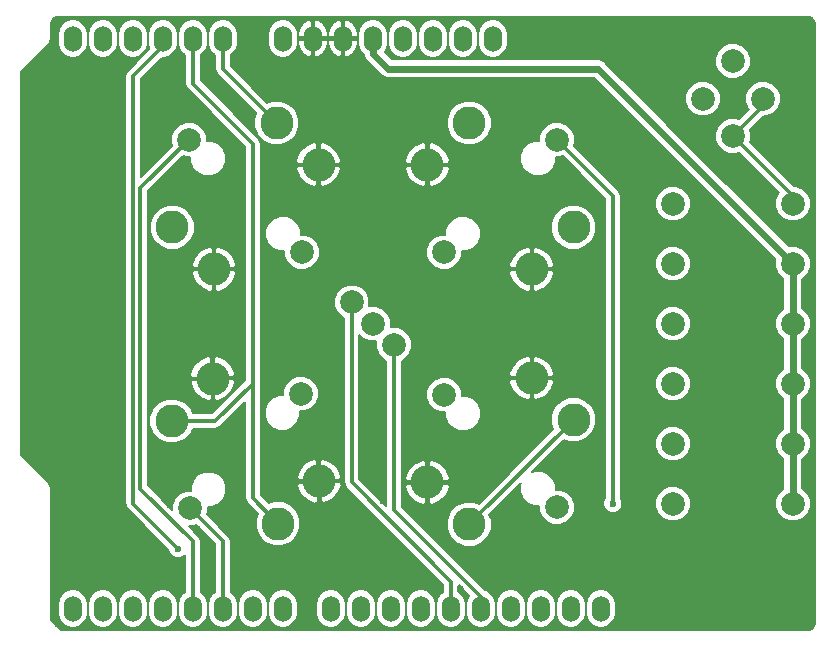
<source format=gbr>
G04 #@! TF.FileFunction,Copper,L1,Top,Signal*
%FSLAX46Y46*%
G04 Gerber Fmt 4.6, Leading zero omitted, Abs format (unit mm)*
G04 Created by KiCad (PCBNEW 4.0.7) date 05/30/18 00:05:28*
%MOMM*%
%LPD*%
G01*
G04 APERTURE LIST*
%ADD10C,0.100000*%
%ADD11C,0.620000*%
%ADD12C,2.000000*%
%ADD13O,1.524000X2.199640*%
%ADD14O,1.524000X2.197100*%
%ADD15C,2.800000*%
%ADD16C,0.600000*%
%ADD17C,0.600000*%
%ADD18C,0.300000*%
%ADD19C,0.200000*%
G04 APERTURE END LIST*
D10*
D11*
X174371000Y-100965000D03*
X170053000Y-97790000D03*
D12*
X176530000Y-89535000D03*
X176530000Y-83185000D03*
X173990000Y-86360000D03*
X179070000Y-86360000D03*
D11*
X147701000Y-127254000D03*
X138811000Y-127254000D03*
X145796000Y-126619000D03*
X134874000Y-113030000D03*
X131191000Y-122809000D03*
X170434000Y-93853000D03*
X137541000Y-111252000D03*
X126746000Y-92075000D03*
X172339000Y-101981000D03*
X145288000Y-107061000D03*
X146939000Y-120396000D03*
X180594000Y-104013000D03*
X116713000Y-116332000D03*
X154051000Y-120142000D03*
X128905000Y-120777000D03*
X148717000Y-105664000D03*
X155575000Y-104013000D03*
X153416000Y-127889000D03*
X119253000Y-79883000D03*
X183007000Y-79883000D03*
X168783000Y-116586000D03*
X182880000Y-130810000D03*
X159004000Y-124841000D03*
X162814000Y-125476000D03*
X119380000Y-130810000D03*
D13*
X156210000Y-81280000D03*
X153670000Y-81280000D03*
X151130000Y-81280000D03*
X148590000Y-81280000D03*
X146050000Y-81280000D03*
X143510000Y-81280000D03*
X140970000Y-81280000D03*
X138430000Y-81280000D03*
X133350000Y-81280000D03*
X130810000Y-81280000D03*
X128270000Y-81280000D03*
X125730000Y-81280000D03*
X123190000Y-81280000D03*
X120650000Y-81280000D03*
D14*
X120650000Y-129540000D03*
X123190000Y-129540000D03*
X125730000Y-129540000D03*
X128270000Y-129540000D03*
X130810000Y-129540000D03*
X133350000Y-129540000D03*
X135890000Y-129540000D03*
X138430000Y-129540000D03*
X142494000Y-129540000D03*
X145034000Y-129540000D03*
X147574000Y-129540000D03*
X150114000Y-129540000D03*
X152654000Y-129540000D03*
X155194000Y-129540000D03*
X157734000Y-129540000D03*
X160271460Y-129540000D03*
X162814000Y-129540000D03*
X165354000Y-129540000D03*
D12*
X146050000Y-105410000D03*
X147846051Y-107206051D03*
X144253949Y-103613949D03*
X171450000Y-120650000D03*
X181610000Y-120650000D03*
X171450000Y-115570000D03*
X181610000Y-115570000D03*
X171450000Y-110490000D03*
X181610000Y-110490000D03*
X171450000Y-105410000D03*
X181610000Y-105410000D03*
X171450000Y-100330000D03*
X181610000Y-100330000D03*
X171450000Y-95250000D03*
X181610000Y-95250000D03*
D15*
X129067816Y-97266650D03*
X132603350Y-100802184D03*
X141442184Y-91963350D03*
X137906650Y-88427816D03*
D12*
X140027971Y-99387971D03*
X130482029Y-89842029D03*
D15*
X138014228Y-122344964D03*
X141487520Y-118748265D03*
X132495772Y-110065036D03*
X129022480Y-113661735D03*
D12*
X139943944Y-111349456D03*
X130566056Y-121060544D03*
D15*
X163032184Y-113553350D03*
X159496650Y-110017816D03*
X150657816Y-118856650D03*
X154193350Y-122392184D03*
D12*
X152072029Y-111432029D03*
X161617971Y-120977971D03*
D15*
X154193350Y-88427816D03*
X150657816Y-91963350D03*
X159496650Y-100802184D03*
X163032184Y-97266650D03*
D12*
X152072029Y-99387971D03*
X161617971Y-89842029D03*
D16*
X129540000Y-124460000D03*
X166370000Y-120650000D03*
D17*
X181610000Y-100330000D02*
X165100000Y-83820000D01*
X146050000Y-82550000D02*
X146050000Y-81280000D01*
X147320000Y-83820000D02*
X146050000Y-82550000D01*
X165100000Y-83820000D02*
X147320000Y-83820000D01*
X181610000Y-120650000D02*
X181610000Y-115570000D01*
X181610000Y-115570000D02*
X181610000Y-110490000D01*
X181610000Y-110490000D02*
X181610000Y-105410000D01*
X181610000Y-105410000D02*
X181610000Y-100330000D01*
D18*
X133350000Y-81280000D02*
X133350000Y-83871166D01*
X133350000Y-83871166D02*
X137906650Y-88427816D01*
X129022480Y-113661735D02*
X132718265Y-113661735D01*
X132718265Y-113661735D02*
X135890000Y-110490000D01*
X138014228Y-122344964D02*
X135890000Y-120220736D01*
X130810000Y-85090000D02*
X130810000Y-81280000D01*
X135890000Y-90170000D02*
X130810000Y-85090000D01*
X135890000Y-120220736D02*
X135890000Y-110490000D01*
X135890000Y-110490000D02*
X135890000Y-90170000D01*
X163032184Y-113553350D02*
X154193350Y-122392184D01*
X125730000Y-84455000D02*
X128270000Y-81915000D01*
X125730000Y-120650000D02*
X125730000Y-84455000D01*
X129540000Y-124460000D02*
X125730000Y-120650000D01*
X128270000Y-81915000D02*
X128270000Y-81280000D01*
X130810000Y-129540000D02*
X130810000Y-123825000D01*
X130810000Y-123825000D02*
X126365000Y-119380000D01*
X126365000Y-119380000D02*
X126365000Y-93959058D01*
X126365000Y-93959058D02*
X130482029Y-89842029D01*
X133350000Y-129540000D02*
X133350000Y-123844488D01*
X133350000Y-123844488D02*
X130566056Y-121060544D01*
X166370000Y-94594058D02*
X161617971Y-89842029D01*
X166370000Y-120650000D02*
X166370000Y-94594058D01*
X152654000Y-129540000D02*
X152654000Y-127254000D01*
X144253949Y-118853949D02*
X144253949Y-103613949D01*
X152654000Y-127254000D02*
X144253949Y-118853949D01*
X151765000Y-125095000D02*
X147846051Y-121176051D01*
X147846051Y-121176051D02*
X147846051Y-107206051D01*
X155194000Y-128524000D02*
X151765000Y-125095000D01*
X155194000Y-128524000D02*
X155194000Y-129540000D01*
X176530000Y-89535000D02*
X179070000Y-86995000D01*
X179070000Y-86995000D02*
X179070000Y-86360000D01*
X181610000Y-95250000D02*
X181610000Y-94615000D01*
X181610000Y-94615000D02*
X176530000Y-89535000D01*
D19*
G36*
X183096588Y-79487110D02*
X183280203Y-79609797D01*
X183402890Y-79793411D01*
X183459500Y-80078006D01*
X183459500Y-130741994D01*
X183402890Y-131026589D01*
X183280203Y-131210203D01*
X183096588Y-131332890D01*
X182811993Y-131389500D01*
X119666014Y-131389500D01*
X118800500Y-130523986D01*
X118800500Y-129172133D01*
X119388000Y-129172133D01*
X119388000Y-129907867D01*
X119484064Y-130390813D01*
X119757631Y-130800236D01*
X120167054Y-131073803D01*
X120650000Y-131169867D01*
X121132946Y-131073803D01*
X121542369Y-130800236D01*
X121815936Y-130390813D01*
X121912000Y-129907867D01*
X121912000Y-129172133D01*
X121928000Y-129172133D01*
X121928000Y-129907867D01*
X122024064Y-130390813D01*
X122297631Y-130800236D01*
X122707054Y-131073803D01*
X123190000Y-131169867D01*
X123672946Y-131073803D01*
X124082369Y-130800236D01*
X124355936Y-130390813D01*
X124452000Y-129907867D01*
X124452000Y-129172133D01*
X124468000Y-129172133D01*
X124468000Y-129907867D01*
X124564064Y-130390813D01*
X124837631Y-130800236D01*
X125247054Y-131073803D01*
X125730000Y-131169867D01*
X126212946Y-131073803D01*
X126622369Y-130800236D01*
X126895936Y-130390813D01*
X126992000Y-129907867D01*
X126992000Y-129172133D01*
X127008000Y-129172133D01*
X127008000Y-129907867D01*
X127104064Y-130390813D01*
X127377631Y-130800236D01*
X127787054Y-131073803D01*
X128270000Y-131169867D01*
X128752946Y-131073803D01*
X129162369Y-130800236D01*
X129435936Y-130390813D01*
X129532000Y-129907867D01*
X129532000Y-129172133D01*
X129435936Y-128689187D01*
X129162369Y-128279764D01*
X128752946Y-128006197D01*
X128270000Y-127910133D01*
X127787054Y-128006197D01*
X127377631Y-128279764D01*
X127104064Y-128689187D01*
X127008000Y-129172133D01*
X126992000Y-129172133D01*
X126895936Y-128689187D01*
X126622369Y-128279764D01*
X126212946Y-128006197D01*
X125730000Y-127910133D01*
X125247054Y-128006197D01*
X124837631Y-128279764D01*
X124564064Y-128689187D01*
X124468000Y-129172133D01*
X124452000Y-129172133D01*
X124355936Y-128689187D01*
X124082369Y-128279764D01*
X123672946Y-128006197D01*
X123190000Y-127910133D01*
X122707054Y-128006197D01*
X122297631Y-128279764D01*
X122024064Y-128689187D01*
X121928000Y-129172133D01*
X121912000Y-129172133D01*
X121815936Y-128689187D01*
X121542369Y-128279764D01*
X121132946Y-128006197D01*
X120650000Y-127910133D01*
X120167054Y-128006197D01*
X119757631Y-128279764D01*
X119484064Y-128689187D01*
X119388000Y-129172133D01*
X118800500Y-129172133D01*
X118800500Y-119380000D01*
X118747939Y-119115757D01*
X118641627Y-118956650D01*
X118598257Y-118891742D01*
X116260500Y-116553986D01*
X116260500Y-84455000D01*
X125080000Y-84455000D01*
X125080000Y-120650000D01*
X125111514Y-120808432D01*
X125129478Y-120898745D01*
X125270381Y-121109619D01*
X128739895Y-124579134D01*
X128739861Y-124618432D01*
X128861397Y-124912572D01*
X129086245Y-125137812D01*
X129380172Y-125259861D01*
X129698432Y-125260139D01*
X129992572Y-125138603D01*
X130160000Y-124971466D01*
X130160000Y-128117819D01*
X129917631Y-128279764D01*
X129644064Y-128689187D01*
X129548000Y-129172133D01*
X129548000Y-129907867D01*
X129644064Y-130390813D01*
X129917631Y-130800236D01*
X130327054Y-131073803D01*
X130810000Y-131169867D01*
X131292946Y-131073803D01*
X131702369Y-130800236D01*
X131975936Y-130390813D01*
X132072000Y-129907867D01*
X132072000Y-129172133D01*
X131975936Y-128689187D01*
X131702369Y-128279764D01*
X131460000Y-128117819D01*
X131460000Y-123825000D01*
X131410522Y-123576256D01*
X131410522Y-123576255D01*
X131269619Y-123365380D01*
X130464695Y-122560456D01*
X130863115Y-122560804D01*
X131064052Y-122477779D01*
X132700000Y-124113727D01*
X132700000Y-128117819D01*
X132457631Y-128279764D01*
X132184064Y-128689187D01*
X132088000Y-129172133D01*
X132088000Y-129907867D01*
X132184064Y-130390813D01*
X132457631Y-130800236D01*
X132867054Y-131073803D01*
X133350000Y-131169867D01*
X133832946Y-131073803D01*
X134242369Y-130800236D01*
X134515936Y-130390813D01*
X134612000Y-129907867D01*
X134612000Y-129172133D01*
X134628000Y-129172133D01*
X134628000Y-129907867D01*
X134724064Y-130390813D01*
X134997631Y-130800236D01*
X135407054Y-131073803D01*
X135890000Y-131169867D01*
X136372946Y-131073803D01*
X136782369Y-130800236D01*
X137055936Y-130390813D01*
X137152000Y-129907867D01*
X137152000Y-129172133D01*
X137168000Y-129172133D01*
X137168000Y-129907867D01*
X137264064Y-130390813D01*
X137537631Y-130800236D01*
X137947054Y-131073803D01*
X138430000Y-131169867D01*
X138912946Y-131073803D01*
X139322369Y-130800236D01*
X139595936Y-130390813D01*
X139692000Y-129907867D01*
X139692000Y-129172133D01*
X141232000Y-129172133D01*
X141232000Y-129907867D01*
X141328064Y-130390813D01*
X141601631Y-130800236D01*
X142011054Y-131073803D01*
X142494000Y-131169867D01*
X142976946Y-131073803D01*
X143386369Y-130800236D01*
X143659936Y-130390813D01*
X143756000Y-129907867D01*
X143756000Y-129172133D01*
X143772000Y-129172133D01*
X143772000Y-129907867D01*
X143868064Y-130390813D01*
X144141631Y-130800236D01*
X144551054Y-131073803D01*
X145034000Y-131169867D01*
X145516946Y-131073803D01*
X145926369Y-130800236D01*
X146199936Y-130390813D01*
X146296000Y-129907867D01*
X146296000Y-129172133D01*
X146312000Y-129172133D01*
X146312000Y-129907867D01*
X146408064Y-130390813D01*
X146681631Y-130800236D01*
X147091054Y-131073803D01*
X147574000Y-131169867D01*
X148056946Y-131073803D01*
X148466369Y-130800236D01*
X148739936Y-130390813D01*
X148836000Y-129907867D01*
X148836000Y-129172133D01*
X148852000Y-129172133D01*
X148852000Y-129907867D01*
X148948064Y-130390813D01*
X149221631Y-130800236D01*
X149631054Y-131073803D01*
X150114000Y-131169867D01*
X150596946Y-131073803D01*
X151006369Y-130800236D01*
X151279936Y-130390813D01*
X151376000Y-129907867D01*
X151376000Y-129172133D01*
X151279936Y-128689187D01*
X151006369Y-128279764D01*
X150596946Y-128006197D01*
X150114000Y-127910133D01*
X149631054Y-128006197D01*
X149221631Y-128279764D01*
X148948064Y-128689187D01*
X148852000Y-129172133D01*
X148836000Y-129172133D01*
X148739936Y-128689187D01*
X148466369Y-128279764D01*
X148056946Y-128006197D01*
X147574000Y-127910133D01*
X147091054Y-128006197D01*
X146681631Y-128279764D01*
X146408064Y-128689187D01*
X146312000Y-129172133D01*
X146296000Y-129172133D01*
X146199936Y-128689187D01*
X145926369Y-128279764D01*
X145516946Y-128006197D01*
X145034000Y-127910133D01*
X144551054Y-128006197D01*
X144141631Y-128279764D01*
X143868064Y-128689187D01*
X143772000Y-129172133D01*
X143756000Y-129172133D01*
X143659936Y-128689187D01*
X143386369Y-128279764D01*
X142976946Y-128006197D01*
X142494000Y-127910133D01*
X142011054Y-128006197D01*
X141601631Y-128279764D01*
X141328064Y-128689187D01*
X141232000Y-129172133D01*
X139692000Y-129172133D01*
X139595936Y-128689187D01*
X139322369Y-128279764D01*
X138912946Y-128006197D01*
X138430000Y-127910133D01*
X137947054Y-128006197D01*
X137537631Y-128279764D01*
X137264064Y-128689187D01*
X137168000Y-129172133D01*
X137152000Y-129172133D01*
X137055936Y-128689187D01*
X136782369Y-128279764D01*
X136372946Y-128006197D01*
X135890000Y-127910133D01*
X135407054Y-128006197D01*
X134997631Y-128279764D01*
X134724064Y-128689187D01*
X134628000Y-129172133D01*
X134612000Y-129172133D01*
X134515936Y-128689187D01*
X134242369Y-128279764D01*
X134000000Y-128117819D01*
X134000000Y-123844488D01*
X133950522Y-123595744D01*
X133864525Y-123467041D01*
X133809619Y-123384868D01*
X131983400Y-121558650D01*
X132065795Y-121360221D01*
X132066160Y-120941975D01*
X132426096Y-120942289D01*
X132977609Y-120714409D01*
X133399934Y-120292820D01*
X133628776Y-119741706D01*
X133629297Y-119144970D01*
X133401417Y-118593457D01*
X132979828Y-118171132D01*
X132428714Y-117942290D01*
X131831978Y-117941769D01*
X131280465Y-118169649D01*
X130858140Y-118591238D01*
X130629298Y-119142352D01*
X130628933Y-119560598D01*
X130268997Y-119560284D01*
X129717484Y-119788164D01*
X129295159Y-120209753D01*
X129066317Y-120760867D01*
X129065967Y-121161729D01*
X127015000Y-119110762D01*
X127015000Y-114038010D01*
X127122151Y-114038010D01*
X127410799Y-114736592D01*
X127944811Y-115271537D01*
X128642889Y-115561404D01*
X129398755Y-115562064D01*
X130097337Y-115273416D01*
X130632282Y-114739404D01*
X130809865Y-114311735D01*
X132718265Y-114311735D01*
X132925741Y-114270466D01*
X132967010Y-114262257D01*
X133177884Y-114121354D01*
X135240000Y-112059239D01*
X135240000Y-120220736D01*
X135266297Y-120352941D01*
X135289478Y-120469481D01*
X135430381Y-120680355D01*
X136290848Y-121540822D01*
X136114559Y-121965373D01*
X136113899Y-122721239D01*
X136402547Y-123419821D01*
X136936559Y-123954766D01*
X137634637Y-124244633D01*
X138390503Y-124245293D01*
X139089085Y-123956645D01*
X139624030Y-123422633D01*
X139913897Y-122724555D01*
X139914557Y-121968689D01*
X139625909Y-121270107D01*
X139091897Y-120735162D01*
X138393819Y-120445295D01*
X137637953Y-120444635D01*
X137209974Y-120621472D01*
X136540000Y-119951498D01*
X136540000Y-119182692D01*
X139599636Y-119182692D01*
X139909591Y-119872085D01*
X140459771Y-120390387D01*
X141119244Y-120650160D01*
X141419115Y-120559197D01*
X141389280Y-118849995D01*
X139680079Y-118879829D01*
X139599636Y-119182692D01*
X136540000Y-119182692D01*
X136540000Y-118846505D01*
X141589250Y-118846505D01*
X141619084Y-120555706D01*
X141921947Y-120636149D01*
X142611340Y-120326194D01*
X143129642Y-119776014D01*
X143389415Y-119116541D01*
X143298452Y-118816670D01*
X141589250Y-118846505D01*
X136540000Y-118846505D01*
X136540000Y-118379989D01*
X139585625Y-118379989D01*
X139676588Y-118679860D01*
X141385790Y-118650025D01*
X141355956Y-116940824D01*
X141342813Y-116937333D01*
X141555925Y-116937333D01*
X141585760Y-118646535D01*
X143294961Y-118616701D01*
X143375404Y-118313838D01*
X143065449Y-117624445D01*
X142515269Y-117106143D01*
X141855796Y-116846370D01*
X141555925Y-116937333D01*
X141342813Y-116937333D01*
X141053093Y-116860381D01*
X140363700Y-117170336D01*
X139845398Y-117720516D01*
X139585625Y-118379989D01*
X136540000Y-118379989D01*
X136540000Y-113265030D01*
X136880703Y-113265030D01*
X137108583Y-113816543D01*
X137530172Y-114238868D01*
X138081286Y-114467710D01*
X138678022Y-114468231D01*
X139229535Y-114240351D01*
X139651860Y-113818762D01*
X139880702Y-113267648D01*
X139881067Y-112849402D01*
X140241003Y-112849716D01*
X140792516Y-112621836D01*
X141214841Y-112200247D01*
X141443683Y-111649133D01*
X141444204Y-111052397D01*
X141216324Y-110500884D01*
X140794735Y-110078559D01*
X140243621Y-109849717D01*
X139646885Y-109849196D01*
X139095372Y-110077076D01*
X138673047Y-110498665D01*
X138444205Y-111049779D01*
X138443840Y-111468025D01*
X138083904Y-111467711D01*
X137532391Y-111695591D01*
X137110066Y-112117180D01*
X136881224Y-112668294D01*
X136880703Y-113265030D01*
X136540000Y-113265030D01*
X136540000Y-103911008D01*
X142753689Y-103911008D01*
X142981569Y-104462521D01*
X143403158Y-104884846D01*
X143603949Y-104968222D01*
X143603949Y-118853949D01*
X143645218Y-119061425D01*
X143653427Y-119102694D01*
X143794330Y-119313568D01*
X152004000Y-127523238D01*
X152004000Y-128117819D01*
X151761631Y-128279764D01*
X151488064Y-128689187D01*
X151392000Y-129172133D01*
X151392000Y-129907867D01*
X151488064Y-130390813D01*
X151761631Y-130800236D01*
X152171054Y-131073803D01*
X152654000Y-131169867D01*
X153136946Y-131073803D01*
X153546369Y-130800236D01*
X153819936Y-130390813D01*
X153916000Y-129907867D01*
X153916000Y-129172133D01*
X153819936Y-128689187D01*
X153546369Y-128279764D01*
X153304000Y-128117819D01*
X153304000Y-127553239D01*
X154193041Y-128442280D01*
X154028064Y-128689187D01*
X153932000Y-129172133D01*
X153932000Y-129907867D01*
X154028064Y-130390813D01*
X154301631Y-130800236D01*
X154711054Y-131073803D01*
X155194000Y-131169867D01*
X155676946Y-131073803D01*
X156086369Y-130800236D01*
X156359936Y-130390813D01*
X156456000Y-129907867D01*
X156456000Y-129172133D01*
X156472000Y-129172133D01*
X156472000Y-129907867D01*
X156568064Y-130390813D01*
X156841631Y-130800236D01*
X157251054Y-131073803D01*
X157734000Y-131169867D01*
X158216946Y-131073803D01*
X158626369Y-130800236D01*
X158899936Y-130390813D01*
X158996000Y-129907867D01*
X158996000Y-129172133D01*
X159009460Y-129172133D01*
X159009460Y-129907867D01*
X159105524Y-130390813D01*
X159379091Y-130800236D01*
X159788514Y-131073803D01*
X160271460Y-131169867D01*
X160754406Y-131073803D01*
X161163829Y-130800236D01*
X161437396Y-130390813D01*
X161533460Y-129907867D01*
X161533460Y-129172133D01*
X161552000Y-129172133D01*
X161552000Y-129907867D01*
X161648064Y-130390813D01*
X161921631Y-130800236D01*
X162331054Y-131073803D01*
X162814000Y-131169867D01*
X163296946Y-131073803D01*
X163706369Y-130800236D01*
X163979936Y-130390813D01*
X164076000Y-129907867D01*
X164076000Y-129172133D01*
X164092000Y-129172133D01*
X164092000Y-129907867D01*
X164188064Y-130390813D01*
X164461631Y-130800236D01*
X164871054Y-131073803D01*
X165354000Y-131169867D01*
X165836946Y-131073803D01*
X166246369Y-130800236D01*
X166519936Y-130390813D01*
X166616000Y-129907867D01*
X166616000Y-129172133D01*
X166519936Y-128689187D01*
X166246369Y-128279764D01*
X165836946Y-128006197D01*
X165354000Y-127910133D01*
X164871054Y-128006197D01*
X164461631Y-128279764D01*
X164188064Y-128689187D01*
X164092000Y-129172133D01*
X164076000Y-129172133D01*
X163979936Y-128689187D01*
X163706369Y-128279764D01*
X163296946Y-128006197D01*
X162814000Y-127910133D01*
X162331054Y-128006197D01*
X161921631Y-128279764D01*
X161648064Y-128689187D01*
X161552000Y-129172133D01*
X161533460Y-129172133D01*
X161437396Y-128689187D01*
X161163829Y-128279764D01*
X160754406Y-128006197D01*
X160271460Y-127910133D01*
X159788514Y-128006197D01*
X159379091Y-128279764D01*
X159105524Y-128689187D01*
X159009460Y-129172133D01*
X158996000Y-129172133D01*
X158899936Y-128689187D01*
X158626369Y-128279764D01*
X158216946Y-128006197D01*
X157734000Y-127910133D01*
X157251054Y-128006197D01*
X156841631Y-128279764D01*
X156568064Y-128689187D01*
X156472000Y-129172133D01*
X156456000Y-129172133D01*
X156359936Y-128689187D01*
X156086369Y-128279764D01*
X155676946Y-128006197D01*
X155575197Y-127985958D01*
X152224622Y-124635384D01*
X152224620Y-124635381D01*
X150357698Y-122768459D01*
X152293021Y-122768459D01*
X152581669Y-123467041D01*
X153115681Y-124001986D01*
X153813759Y-124291853D01*
X154569625Y-124292513D01*
X155268207Y-124003865D01*
X155803152Y-123469853D01*
X156093019Y-122771775D01*
X156093679Y-122015909D01*
X155916842Y-121587930D01*
X158605191Y-118899581D01*
X158527242Y-119087304D01*
X158526721Y-119684040D01*
X158754601Y-120235553D01*
X159176190Y-120657878D01*
X159727304Y-120886720D01*
X160118050Y-120887061D01*
X160117711Y-121275030D01*
X160345591Y-121826543D01*
X160767180Y-122248868D01*
X161318294Y-122477710D01*
X161915030Y-122478231D01*
X162466543Y-122250351D01*
X162888868Y-121828762D01*
X163117710Y-121277648D01*
X163118231Y-120680912D01*
X162890351Y-120129399D01*
X162468762Y-119707074D01*
X161917648Y-119478232D01*
X161526902Y-119477891D01*
X161527241Y-119089922D01*
X161299361Y-118538409D01*
X160877772Y-118116084D01*
X160326658Y-117887242D01*
X159729922Y-117886721D01*
X159539279Y-117965493D01*
X162228042Y-115276730D01*
X162652593Y-115453019D01*
X163408459Y-115453679D01*
X164107041Y-115165031D01*
X164641986Y-114631019D01*
X164931853Y-113932941D01*
X164932513Y-113177075D01*
X164643865Y-112478493D01*
X164109853Y-111943548D01*
X163411775Y-111653681D01*
X162655909Y-111653021D01*
X161957327Y-111941669D01*
X161422382Y-112475681D01*
X161132515Y-113173759D01*
X161131855Y-113929625D01*
X161308692Y-114357604D01*
X154997492Y-120668804D01*
X154572941Y-120492515D01*
X153817075Y-120491855D01*
X153118493Y-120780503D01*
X152583548Y-121314515D01*
X152293681Y-122012593D01*
X152293021Y-122768459D01*
X150357698Y-122768459D01*
X148496051Y-120906813D01*
X148496051Y-119258063D01*
X148762638Y-119258063D01*
X149060514Y-119952760D01*
X149601565Y-120480585D01*
X150256403Y-120751828D01*
X150557816Y-120666112D01*
X150557816Y-118956650D01*
X150757816Y-118956650D01*
X150757816Y-120666112D01*
X151059229Y-120751828D01*
X151753926Y-120453952D01*
X152281751Y-119912901D01*
X152552994Y-119258063D01*
X152467278Y-118956650D01*
X150757816Y-118956650D01*
X150557816Y-118956650D01*
X148848354Y-118956650D01*
X148762638Y-119258063D01*
X148496051Y-119258063D01*
X148496051Y-118455237D01*
X148762638Y-118455237D01*
X148848354Y-118756650D01*
X150557816Y-118756650D01*
X150557816Y-117047188D01*
X150757816Y-117047188D01*
X150757816Y-118756650D01*
X152467278Y-118756650D01*
X152552994Y-118455237D01*
X152255118Y-117760540D01*
X151714067Y-117232715D01*
X151059229Y-116961472D01*
X150757816Y-117047188D01*
X150557816Y-117047188D01*
X150256403Y-116961472D01*
X149561706Y-117259348D01*
X149033881Y-117800399D01*
X148762638Y-118455237D01*
X148496051Y-118455237D01*
X148496051Y-111729088D01*
X150571769Y-111729088D01*
X150799649Y-112280601D01*
X151221238Y-112702926D01*
X151772352Y-112931768D01*
X152163098Y-112932109D01*
X152162759Y-113320078D01*
X152390639Y-113871591D01*
X152812228Y-114293916D01*
X153363342Y-114522758D01*
X153960078Y-114523279D01*
X154511591Y-114295399D01*
X154933916Y-113873810D01*
X155162758Y-113322696D01*
X155163279Y-112725960D01*
X154935399Y-112174447D01*
X154513810Y-111752122D01*
X153962696Y-111523280D01*
X153571950Y-111522939D01*
X153572289Y-111134970D01*
X153344409Y-110583457D01*
X153180468Y-110419229D01*
X157601472Y-110419229D01*
X157899348Y-111113926D01*
X158440399Y-111641751D01*
X159095237Y-111912994D01*
X159396650Y-111827278D01*
X159396650Y-110117816D01*
X159596650Y-110117816D01*
X159596650Y-111827278D01*
X159898063Y-111912994D01*
X160592760Y-111615118D01*
X161120585Y-111074067D01*
X161391828Y-110419229D01*
X161306112Y-110117816D01*
X159596650Y-110117816D01*
X159396650Y-110117816D01*
X157687188Y-110117816D01*
X157601472Y-110419229D01*
X153180468Y-110419229D01*
X152922820Y-110161132D01*
X152371706Y-109932290D01*
X151774970Y-109931769D01*
X151223457Y-110159649D01*
X150801132Y-110581238D01*
X150572290Y-111132352D01*
X150571769Y-111729088D01*
X148496051Y-111729088D01*
X148496051Y-109616403D01*
X157601472Y-109616403D01*
X157687188Y-109917816D01*
X159396650Y-109917816D01*
X159396650Y-108208354D01*
X159596650Y-108208354D01*
X159596650Y-109917816D01*
X161306112Y-109917816D01*
X161391828Y-109616403D01*
X161093952Y-108921706D01*
X160552901Y-108393881D01*
X159898063Y-108122638D01*
X159596650Y-108208354D01*
X159396650Y-108208354D01*
X159095237Y-108122638D01*
X158400540Y-108420514D01*
X157872715Y-108961565D01*
X157601472Y-109616403D01*
X148496051Y-109616403D01*
X148496051Y-108560479D01*
X148694623Y-108478431D01*
X149116948Y-108056842D01*
X149345790Y-107505728D01*
X149346311Y-106908992D01*
X149118431Y-106357479D01*
X148696842Y-105935154D01*
X148145728Y-105706312D01*
X147549742Y-105705792D01*
X147550260Y-105112941D01*
X147322380Y-104561428D01*
X146900791Y-104139103D01*
X146349677Y-103910261D01*
X145753691Y-103909741D01*
X145754209Y-103316890D01*
X145526329Y-102765377D01*
X145104740Y-102343052D01*
X144553626Y-102114210D01*
X143956890Y-102113689D01*
X143405377Y-102341569D01*
X142983052Y-102763158D01*
X142754210Y-103314272D01*
X142753689Y-103911008D01*
X136540000Y-103911008D01*
X136540000Y-101203597D01*
X157601472Y-101203597D01*
X157899348Y-101898294D01*
X158440399Y-102426119D01*
X159095237Y-102697362D01*
X159396650Y-102611646D01*
X159396650Y-100902184D01*
X159596650Y-100902184D01*
X159596650Y-102611646D01*
X159898063Y-102697362D01*
X160592760Y-102399486D01*
X161120585Y-101858435D01*
X161391828Y-101203597D01*
X161306112Y-100902184D01*
X159596650Y-100902184D01*
X159396650Y-100902184D01*
X157687188Y-100902184D01*
X157601472Y-101203597D01*
X136540000Y-101203597D01*
X136540000Y-98094040D01*
X136936721Y-98094040D01*
X137164601Y-98645553D01*
X137586190Y-99067878D01*
X138137304Y-99296720D01*
X138528050Y-99297061D01*
X138527711Y-99685030D01*
X138755591Y-100236543D01*
X139177180Y-100658868D01*
X139728294Y-100887710D01*
X140325030Y-100888231D01*
X140876543Y-100660351D01*
X141298868Y-100238762D01*
X141527710Y-99687648D01*
X141527712Y-99685030D01*
X150571769Y-99685030D01*
X150799649Y-100236543D01*
X151221238Y-100658868D01*
X151772352Y-100887710D01*
X152369088Y-100888231D01*
X152920601Y-100660351D01*
X153180634Y-100400771D01*
X157601472Y-100400771D01*
X157687188Y-100702184D01*
X159396650Y-100702184D01*
X159396650Y-98992722D01*
X159596650Y-98992722D01*
X159596650Y-100702184D01*
X161306112Y-100702184D01*
X161391828Y-100400771D01*
X161093952Y-99706074D01*
X160552901Y-99178249D01*
X159898063Y-98907006D01*
X159596650Y-98992722D01*
X159396650Y-98992722D01*
X159095237Y-98907006D01*
X158400540Y-99204882D01*
X157872715Y-99745933D01*
X157601472Y-100400771D01*
X153180634Y-100400771D01*
X153342926Y-100238762D01*
X153571768Y-99687648D01*
X153572109Y-99296902D01*
X153960078Y-99297241D01*
X154511591Y-99069361D01*
X154933916Y-98647772D01*
X155162758Y-98096658D01*
X155163154Y-97642925D01*
X161131855Y-97642925D01*
X161420503Y-98341507D01*
X161954515Y-98876452D01*
X162652593Y-99166319D01*
X163408459Y-99166979D01*
X164107041Y-98878331D01*
X164641986Y-98344319D01*
X164931853Y-97646241D01*
X164932513Y-96890375D01*
X164643865Y-96191793D01*
X164109853Y-95656848D01*
X163411775Y-95366981D01*
X162655909Y-95366321D01*
X161957327Y-95654969D01*
X161422382Y-96188981D01*
X161132515Y-96887059D01*
X161131855Y-97642925D01*
X155163154Y-97642925D01*
X155163279Y-97499922D01*
X154935399Y-96948409D01*
X154513810Y-96526084D01*
X153962696Y-96297242D01*
X153365960Y-96296721D01*
X152814447Y-96524601D01*
X152392122Y-96946190D01*
X152163280Y-97497304D01*
X152162939Y-97888050D01*
X151774970Y-97887711D01*
X151223457Y-98115591D01*
X150801132Y-98537180D01*
X150572290Y-99088294D01*
X150571769Y-99685030D01*
X141527712Y-99685030D01*
X141528231Y-99090912D01*
X141300351Y-98539399D01*
X140878762Y-98117074D01*
X140327648Y-97888232D01*
X139936902Y-97887891D01*
X139937241Y-97499922D01*
X139709361Y-96948409D01*
X139287772Y-96526084D01*
X138736658Y-96297242D01*
X138139922Y-96296721D01*
X137588409Y-96524601D01*
X137166084Y-96946190D01*
X136937242Y-97497304D01*
X136936721Y-98094040D01*
X136540000Y-98094040D01*
X136540000Y-92364763D01*
X139547006Y-92364763D01*
X139844882Y-93059460D01*
X140385933Y-93587285D01*
X141040771Y-93858528D01*
X141342184Y-93772812D01*
X141342184Y-92063350D01*
X141542184Y-92063350D01*
X141542184Y-93772812D01*
X141843597Y-93858528D01*
X142538294Y-93560652D01*
X143066119Y-93019601D01*
X143337362Y-92364763D01*
X148762638Y-92364763D01*
X149060514Y-93059460D01*
X149601565Y-93587285D01*
X150256403Y-93858528D01*
X150557816Y-93772812D01*
X150557816Y-92063350D01*
X150757816Y-92063350D01*
X150757816Y-93772812D01*
X151059229Y-93858528D01*
X151753926Y-93560652D01*
X152281751Y-93019601D01*
X152552994Y-92364763D01*
X152467278Y-92063350D01*
X150757816Y-92063350D01*
X150557816Y-92063350D01*
X148848354Y-92063350D01*
X148762638Y-92364763D01*
X143337362Y-92364763D01*
X143251646Y-92063350D01*
X141542184Y-92063350D01*
X141342184Y-92063350D01*
X139632722Y-92063350D01*
X139547006Y-92364763D01*
X136540000Y-92364763D01*
X136540000Y-91561937D01*
X139547006Y-91561937D01*
X139632722Y-91863350D01*
X141342184Y-91863350D01*
X141342184Y-90153888D01*
X141542184Y-90153888D01*
X141542184Y-91863350D01*
X143251646Y-91863350D01*
X143337362Y-91561937D01*
X148762638Y-91561937D01*
X148848354Y-91863350D01*
X150557816Y-91863350D01*
X150557816Y-90153888D01*
X150757816Y-90153888D01*
X150757816Y-91863350D01*
X152467278Y-91863350D01*
X152505177Y-91730078D01*
X158526721Y-91730078D01*
X158754601Y-92281591D01*
X159176190Y-92703916D01*
X159727304Y-92932758D01*
X160324040Y-92933279D01*
X160875553Y-92705399D01*
X161297878Y-92283810D01*
X161526720Y-91732696D01*
X161527061Y-91341950D01*
X161915030Y-91342289D01*
X162115967Y-91259264D01*
X165720000Y-94863297D01*
X165720000Y-120168481D01*
X165692188Y-120196245D01*
X165570139Y-120490172D01*
X165569861Y-120808432D01*
X165691397Y-121102572D01*
X165916245Y-121327812D01*
X166210172Y-121449861D01*
X166528432Y-121450139D01*
X166822572Y-121328603D01*
X167047812Y-121103755D01*
X167112877Y-120947059D01*
X169949740Y-120947059D01*
X170177620Y-121498572D01*
X170599209Y-121920897D01*
X171150323Y-122149739D01*
X171747059Y-122150260D01*
X172298572Y-121922380D01*
X172720897Y-121500791D01*
X172949739Y-120949677D01*
X172950260Y-120352941D01*
X172722380Y-119801428D01*
X172300791Y-119379103D01*
X171749677Y-119150261D01*
X171152941Y-119149740D01*
X170601428Y-119377620D01*
X170179103Y-119799209D01*
X169950261Y-120350323D01*
X169949740Y-120947059D01*
X167112877Y-120947059D01*
X167169861Y-120809828D01*
X167170139Y-120491568D01*
X167048603Y-120197428D01*
X167020000Y-120168775D01*
X167020000Y-115867059D01*
X169949740Y-115867059D01*
X170177620Y-116418572D01*
X170599209Y-116840897D01*
X171150323Y-117069739D01*
X171747059Y-117070260D01*
X172298572Y-116842380D01*
X172720897Y-116420791D01*
X172949739Y-115869677D01*
X172950260Y-115272941D01*
X172722380Y-114721428D01*
X172300791Y-114299103D01*
X171749677Y-114070261D01*
X171152941Y-114069740D01*
X170601428Y-114297620D01*
X170179103Y-114719209D01*
X169950261Y-115270323D01*
X169949740Y-115867059D01*
X167020000Y-115867059D01*
X167020000Y-110787059D01*
X169949740Y-110787059D01*
X170177620Y-111338572D01*
X170599209Y-111760897D01*
X171150323Y-111989739D01*
X171747059Y-111990260D01*
X172298572Y-111762380D01*
X172720897Y-111340791D01*
X172949739Y-110789677D01*
X172950260Y-110192941D01*
X172722380Y-109641428D01*
X172300791Y-109219103D01*
X171749677Y-108990261D01*
X171152941Y-108989740D01*
X170601428Y-109217620D01*
X170179103Y-109639209D01*
X169950261Y-110190323D01*
X169949740Y-110787059D01*
X167020000Y-110787059D01*
X167020000Y-105707059D01*
X169949740Y-105707059D01*
X170177620Y-106258572D01*
X170599209Y-106680897D01*
X171150323Y-106909739D01*
X171747059Y-106910260D01*
X172298572Y-106682380D01*
X172720897Y-106260791D01*
X172949739Y-105709677D01*
X172950260Y-105112941D01*
X172722380Y-104561428D01*
X172300791Y-104139103D01*
X171749677Y-103910261D01*
X171152941Y-103909740D01*
X170601428Y-104137620D01*
X170179103Y-104559209D01*
X169950261Y-105110323D01*
X169949740Y-105707059D01*
X167020000Y-105707059D01*
X167020000Y-100627059D01*
X169949740Y-100627059D01*
X170177620Y-101178572D01*
X170599209Y-101600897D01*
X171150323Y-101829739D01*
X171747059Y-101830260D01*
X172298572Y-101602380D01*
X172720897Y-101180791D01*
X172949739Y-100629677D01*
X172950260Y-100032941D01*
X172722380Y-99481428D01*
X172300791Y-99059103D01*
X171749677Y-98830261D01*
X171152941Y-98829740D01*
X170601428Y-99057620D01*
X170179103Y-99479209D01*
X169950261Y-100030323D01*
X169949740Y-100627059D01*
X167020000Y-100627059D01*
X167020000Y-95547059D01*
X169949740Y-95547059D01*
X170177620Y-96098572D01*
X170599209Y-96520897D01*
X171150323Y-96749739D01*
X171747059Y-96750260D01*
X172298572Y-96522380D01*
X172720897Y-96100791D01*
X172949739Y-95549677D01*
X172950260Y-94952941D01*
X172722380Y-94401428D01*
X172300791Y-93979103D01*
X171749677Y-93750261D01*
X171152941Y-93749740D01*
X170601428Y-93977620D01*
X170179103Y-94399209D01*
X169950261Y-94950323D01*
X169949740Y-95547059D01*
X167020000Y-95547059D01*
X167020000Y-94594058D01*
X166974688Y-94366256D01*
X166970522Y-94345313D01*
X166829620Y-94134439D01*
X163035315Y-90340135D01*
X163117710Y-90141706D01*
X163118231Y-89544970D01*
X162890351Y-88993457D01*
X162468762Y-88571132D01*
X161917648Y-88342290D01*
X161320912Y-88341769D01*
X160769399Y-88569649D01*
X160347074Y-88991238D01*
X160118232Y-89542352D01*
X160117891Y-89933098D01*
X159729922Y-89932759D01*
X159178409Y-90160639D01*
X158756084Y-90582228D01*
X158527242Y-91133342D01*
X158526721Y-91730078D01*
X152505177Y-91730078D01*
X152552994Y-91561937D01*
X152255118Y-90867240D01*
X151714067Y-90339415D01*
X151059229Y-90068172D01*
X150757816Y-90153888D01*
X150557816Y-90153888D01*
X150256403Y-90068172D01*
X149561706Y-90366048D01*
X149033881Y-90907099D01*
X148762638Y-91561937D01*
X143337362Y-91561937D01*
X143039486Y-90867240D01*
X142498435Y-90339415D01*
X141843597Y-90068172D01*
X141542184Y-90153888D01*
X141342184Y-90153888D01*
X141040771Y-90068172D01*
X140346074Y-90366048D01*
X139818249Y-90907099D01*
X139547006Y-91561937D01*
X136540000Y-91561937D01*
X136540000Y-90170000D01*
X136490522Y-89921256D01*
X136490522Y-89921255D01*
X136349619Y-89710381D01*
X131460000Y-84820762D01*
X131460000Y-82703476D01*
X131702369Y-82541531D01*
X131975936Y-82132108D01*
X132072000Y-81649162D01*
X132072000Y-80910838D01*
X132088000Y-80910838D01*
X132088000Y-81649162D01*
X132184064Y-82132108D01*
X132457631Y-82541531D01*
X132700000Y-82703476D01*
X132700000Y-83871166D01*
X132732746Y-84035791D01*
X132749478Y-84119911D01*
X132890381Y-84330785D01*
X136183270Y-87623674D01*
X136006981Y-88048225D01*
X136006321Y-88804091D01*
X136294969Y-89502673D01*
X136828981Y-90037618D01*
X137527059Y-90327485D01*
X138282925Y-90328145D01*
X138981507Y-90039497D01*
X139516452Y-89505485D01*
X139806319Y-88807407D01*
X139806321Y-88804091D01*
X152293021Y-88804091D01*
X152581669Y-89502673D01*
X153115681Y-90037618D01*
X153813759Y-90327485D01*
X154569625Y-90328145D01*
X155268207Y-90039497D01*
X155803152Y-89505485D01*
X156093019Y-88807407D01*
X156093679Y-88051541D01*
X155805031Y-87352959D01*
X155271019Y-86818014D01*
X154572941Y-86528147D01*
X153817075Y-86527487D01*
X153118493Y-86816135D01*
X152583548Y-87350147D01*
X152293681Y-88048225D01*
X152293021Y-88804091D01*
X139806321Y-88804091D01*
X139806979Y-88051541D01*
X139518331Y-87352959D01*
X138984319Y-86818014D01*
X138286241Y-86528147D01*
X137530375Y-86527487D01*
X137102397Y-86704324D01*
X134000000Y-83601928D01*
X134000000Y-82703476D01*
X134242369Y-82541531D01*
X134515936Y-82132108D01*
X134612000Y-81649162D01*
X134612000Y-80910838D01*
X137168000Y-80910838D01*
X137168000Y-81649162D01*
X137264064Y-82132108D01*
X137537631Y-82541531D01*
X137947054Y-82815098D01*
X138430000Y-82911162D01*
X138912946Y-82815098D01*
X139322369Y-82541531D01*
X139595936Y-82132108D01*
X139692000Y-81649162D01*
X139692000Y-81380000D01*
X139708000Y-81380000D01*
X139708000Y-81717820D01*
X139842332Y-82193154D01*
X140148341Y-82580899D01*
X140579440Y-82822024D01*
X140674432Y-82844720D01*
X140870000Y-82750414D01*
X140870000Y-81380000D01*
X141070000Y-81380000D01*
X141070000Y-82750414D01*
X141265568Y-82844720D01*
X141360560Y-82822024D01*
X141791659Y-82580899D01*
X142097668Y-82193154D01*
X142232000Y-81717820D01*
X142232000Y-81380000D01*
X142248000Y-81380000D01*
X142248000Y-81717820D01*
X142382332Y-82193154D01*
X142688341Y-82580899D01*
X143119440Y-82822024D01*
X143214432Y-82844720D01*
X143410000Y-82750414D01*
X143410000Y-81380000D01*
X143610000Y-81380000D01*
X143610000Y-82750414D01*
X143805568Y-82844720D01*
X143900560Y-82822024D01*
X144331659Y-82580899D01*
X144637668Y-82193154D01*
X144772000Y-81717820D01*
X144772000Y-81380000D01*
X143610000Y-81380000D01*
X143410000Y-81380000D01*
X142248000Y-81380000D01*
X142232000Y-81380000D01*
X141070000Y-81380000D01*
X140870000Y-81380000D01*
X139708000Y-81380000D01*
X139692000Y-81380000D01*
X139692000Y-80910838D01*
X139678344Y-80842180D01*
X139708000Y-80842180D01*
X139708000Y-81180000D01*
X140870000Y-81180000D01*
X140870000Y-79809586D01*
X141070000Y-79809586D01*
X141070000Y-81180000D01*
X142232000Y-81180000D01*
X142232000Y-80842180D01*
X142248000Y-80842180D01*
X142248000Y-81180000D01*
X143410000Y-81180000D01*
X143410000Y-79809586D01*
X143610000Y-79809586D01*
X143610000Y-81180000D01*
X144772000Y-81180000D01*
X144772000Y-80910838D01*
X144788000Y-80910838D01*
X144788000Y-81649162D01*
X144884064Y-82132108D01*
X145157631Y-82541531D01*
X145262216Y-82611412D01*
X145289865Y-82750414D01*
X145310896Y-82856147D01*
X145484315Y-83115685D01*
X146754314Y-84385685D01*
X146909651Y-84489478D01*
X147013853Y-84559104D01*
X147320000Y-84620000D01*
X164768630Y-84620000D01*
X180130415Y-99981785D01*
X180110261Y-100030323D01*
X180109740Y-100627059D01*
X180337620Y-101178572D01*
X180759209Y-101600897D01*
X180810000Y-101621987D01*
X180810000Y-104117551D01*
X180761428Y-104137620D01*
X180339103Y-104559209D01*
X180110261Y-105110323D01*
X180109740Y-105707059D01*
X180337620Y-106258572D01*
X180759209Y-106680897D01*
X180810000Y-106701987D01*
X180810000Y-109197551D01*
X180761428Y-109217620D01*
X180339103Y-109639209D01*
X180110261Y-110190323D01*
X180109740Y-110787059D01*
X180337620Y-111338572D01*
X180759209Y-111760897D01*
X180810000Y-111781987D01*
X180810000Y-114277551D01*
X180761428Y-114297620D01*
X180339103Y-114719209D01*
X180110261Y-115270323D01*
X180109740Y-115867059D01*
X180337620Y-116418572D01*
X180759209Y-116840897D01*
X180810000Y-116861987D01*
X180810000Y-119357551D01*
X180761428Y-119377620D01*
X180339103Y-119799209D01*
X180110261Y-120350323D01*
X180109740Y-120947059D01*
X180337620Y-121498572D01*
X180759209Y-121920897D01*
X181310323Y-122149739D01*
X181907059Y-122150260D01*
X182458572Y-121922380D01*
X182880897Y-121500791D01*
X183109739Y-120949677D01*
X183110260Y-120352941D01*
X182882380Y-119801428D01*
X182460791Y-119379103D01*
X182410000Y-119358013D01*
X182410000Y-116862449D01*
X182458572Y-116842380D01*
X182880897Y-116420791D01*
X183109739Y-115869677D01*
X183110260Y-115272941D01*
X182882380Y-114721428D01*
X182460791Y-114299103D01*
X182410000Y-114278013D01*
X182410000Y-111782449D01*
X182458572Y-111762380D01*
X182880897Y-111340791D01*
X183109739Y-110789677D01*
X183110260Y-110192941D01*
X182882380Y-109641428D01*
X182460791Y-109219103D01*
X182410000Y-109198013D01*
X182410000Y-106702449D01*
X182458572Y-106682380D01*
X182880897Y-106260791D01*
X183109739Y-105709677D01*
X183110260Y-105112941D01*
X182882380Y-104561428D01*
X182460791Y-104139103D01*
X182410000Y-104118013D01*
X182410000Y-101622449D01*
X182458572Y-101602380D01*
X182880897Y-101180791D01*
X183109739Y-100629677D01*
X183110260Y-100032941D01*
X182882380Y-99481428D01*
X182460791Y-99059103D01*
X181909677Y-98830261D01*
X181312941Y-98829740D01*
X181262112Y-98850742D01*
X172243429Y-89832059D01*
X175029740Y-89832059D01*
X175257620Y-90383572D01*
X175679209Y-90805897D01*
X176230323Y-91034739D01*
X176827059Y-91035260D01*
X177027997Y-90952235D01*
X180407096Y-94331334D01*
X180339103Y-94399209D01*
X180110261Y-94950323D01*
X180109740Y-95547059D01*
X180337620Y-96098572D01*
X180759209Y-96520897D01*
X181310323Y-96749739D01*
X181907059Y-96750260D01*
X182458572Y-96522380D01*
X182880897Y-96100791D01*
X183109739Y-95549677D01*
X183110260Y-94952941D01*
X182882380Y-94401428D01*
X182460791Y-93979103D01*
X181909677Y-93750261D01*
X181664285Y-93750047D01*
X177947344Y-90033106D01*
X178029739Y-89834677D01*
X178030260Y-89237941D01*
X177947235Y-89037004D01*
X179124191Y-87860048D01*
X179367059Y-87860260D01*
X179918572Y-87632380D01*
X180340897Y-87210791D01*
X180569739Y-86659677D01*
X180570260Y-86062941D01*
X180342380Y-85511428D01*
X179920791Y-85089103D01*
X179369677Y-84860261D01*
X178772941Y-84859740D01*
X178221428Y-85087620D01*
X177799103Y-85509209D01*
X177570261Y-86060323D01*
X177569740Y-86657059D01*
X177797620Y-87208572D01*
X177867344Y-87278418D01*
X177028106Y-88117656D01*
X176829677Y-88035261D01*
X176232941Y-88034740D01*
X175681428Y-88262620D01*
X175259103Y-88684209D01*
X175030261Y-89235323D01*
X175029740Y-89832059D01*
X172243429Y-89832059D01*
X169068429Y-86657059D01*
X172489740Y-86657059D01*
X172717620Y-87208572D01*
X173139209Y-87630897D01*
X173690323Y-87859739D01*
X174287059Y-87860260D01*
X174838572Y-87632380D01*
X175260897Y-87210791D01*
X175489739Y-86659677D01*
X175490260Y-86062941D01*
X175262380Y-85511428D01*
X174840791Y-85089103D01*
X174289677Y-84860261D01*
X173692941Y-84859740D01*
X173141428Y-85087620D01*
X172719103Y-85509209D01*
X172490261Y-86060323D01*
X172489740Y-86657059D01*
X169068429Y-86657059D01*
X165893429Y-83482059D01*
X175029740Y-83482059D01*
X175257620Y-84033572D01*
X175679209Y-84455897D01*
X176230323Y-84684739D01*
X176827059Y-84685260D01*
X177378572Y-84457380D01*
X177800897Y-84035791D01*
X178029739Y-83484677D01*
X178030260Y-82887941D01*
X177802380Y-82336428D01*
X177380791Y-81914103D01*
X176829677Y-81685261D01*
X176232941Y-81684740D01*
X175681428Y-81912620D01*
X175259103Y-82334209D01*
X175030261Y-82885323D01*
X175029740Y-83482059D01*
X165893429Y-83482059D01*
X165665685Y-83254315D01*
X165406147Y-83080896D01*
X165100000Y-83020000D01*
X147651371Y-83020000D01*
X147034707Y-82403337D01*
X147215936Y-82132108D01*
X147312000Y-81649162D01*
X147312000Y-80910838D01*
X147328000Y-80910838D01*
X147328000Y-81649162D01*
X147424064Y-82132108D01*
X147697631Y-82541531D01*
X148107054Y-82815098D01*
X148590000Y-82911162D01*
X149072946Y-82815098D01*
X149482369Y-82541531D01*
X149755936Y-82132108D01*
X149852000Y-81649162D01*
X149852000Y-80910838D01*
X149868000Y-80910838D01*
X149868000Y-81649162D01*
X149964064Y-82132108D01*
X150237631Y-82541531D01*
X150647054Y-82815098D01*
X151130000Y-82911162D01*
X151612946Y-82815098D01*
X152022369Y-82541531D01*
X152295936Y-82132108D01*
X152392000Y-81649162D01*
X152392000Y-80910838D01*
X152408000Y-80910838D01*
X152408000Y-81649162D01*
X152504064Y-82132108D01*
X152777631Y-82541531D01*
X153187054Y-82815098D01*
X153670000Y-82911162D01*
X154152946Y-82815098D01*
X154562369Y-82541531D01*
X154835936Y-82132108D01*
X154932000Y-81649162D01*
X154932000Y-80910838D01*
X154948000Y-80910838D01*
X154948000Y-81649162D01*
X155044064Y-82132108D01*
X155317631Y-82541531D01*
X155727054Y-82815098D01*
X156210000Y-82911162D01*
X156692946Y-82815098D01*
X157102369Y-82541531D01*
X157375936Y-82132108D01*
X157472000Y-81649162D01*
X157472000Y-80910838D01*
X157375936Y-80427892D01*
X157102369Y-80018469D01*
X156692946Y-79744902D01*
X156210000Y-79648838D01*
X155727054Y-79744902D01*
X155317631Y-80018469D01*
X155044064Y-80427892D01*
X154948000Y-80910838D01*
X154932000Y-80910838D01*
X154835936Y-80427892D01*
X154562369Y-80018469D01*
X154152946Y-79744902D01*
X153670000Y-79648838D01*
X153187054Y-79744902D01*
X152777631Y-80018469D01*
X152504064Y-80427892D01*
X152408000Y-80910838D01*
X152392000Y-80910838D01*
X152295936Y-80427892D01*
X152022369Y-80018469D01*
X151612946Y-79744902D01*
X151130000Y-79648838D01*
X150647054Y-79744902D01*
X150237631Y-80018469D01*
X149964064Y-80427892D01*
X149868000Y-80910838D01*
X149852000Y-80910838D01*
X149755936Y-80427892D01*
X149482369Y-80018469D01*
X149072946Y-79744902D01*
X148590000Y-79648838D01*
X148107054Y-79744902D01*
X147697631Y-80018469D01*
X147424064Y-80427892D01*
X147328000Y-80910838D01*
X147312000Y-80910838D01*
X147215936Y-80427892D01*
X146942369Y-80018469D01*
X146532946Y-79744902D01*
X146050000Y-79648838D01*
X145567054Y-79744902D01*
X145157631Y-80018469D01*
X144884064Y-80427892D01*
X144788000Y-80910838D01*
X144772000Y-80910838D01*
X144772000Y-80842180D01*
X144637668Y-80366846D01*
X144331659Y-79979101D01*
X143900560Y-79737976D01*
X143805568Y-79715280D01*
X143610000Y-79809586D01*
X143410000Y-79809586D01*
X143214432Y-79715280D01*
X143119440Y-79737976D01*
X142688341Y-79979101D01*
X142382332Y-80366846D01*
X142248000Y-80842180D01*
X142232000Y-80842180D01*
X142097668Y-80366846D01*
X141791659Y-79979101D01*
X141360560Y-79737976D01*
X141265568Y-79715280D01*
X141070000Y-79809586D01*
X140870000Y-79809586D01*
X140674432Y-79715280D01*
X140579440Y-79737976D01*
X140148341Y-79979101D01*
X139842332Y-80366846D01*
X139708000Y-80842180D01*
X139678344Y-80842180D01*
X139595936Y-80427892D01*
X139322369Y-80018469D01*
X138912946Y-79744902D01*
X138430000Y-79648838D01*
X137947054Y-79744902D01*
X137537631Y-80018469D01*
X137264064Y-80427892D01*
X137168000Y-80910838D01*
X134612000Y-80910838D01*
X134515936Y-80427892D01*
X134242369Y-80018469D01*
X133832946Y-79744902D01*
X133350000Y-79648838D01*
X132867054Y-79744902D01*
X132457631Y-80018469D01*
X132184064Y-80427892D01*
X132088000Y-80910838D01*
X132072000Y-80910838D01*
X131975936Y-80427892D01*
X131702369Y-80018469D01*
X131292946Y-79744902D01*
X130810000Y-79648838D01*
X130327054Y-79744902D01*
X129917631Y-80018469D01*
X129644064Y-80427892D01*
X129548000Y-80910838D01*
X129548000Y-81649162D01*
X129644064Y-82132108D01*
X129917631Y-82541531D01*
X130160000Y-82703476D01*
X130160000Y-85090000D01*
X130201269Y-85297476D01*
X130209478Y-85338745D01*
X130350381Y-85549619D01*
X135240000Y-90439238D01*
X135240000Y-110220761D01*
X132449027Y-113011735D01*
X130809708Y-113011735D01*
X130634161Y-112586878D01*
X130100149Y-112051933D01*
X129402071Y-111762066D01*
X128646205Y-111761406D01*
X127947623Y-112050054D01*
X127412678Y-112584066D01*
X127122811Y-113282144D01*
X127122151Y-114038010D01*
X127015000Y-114038010D01*
X127015000Y-110499463D01*
X130607888Y-110499463D01*
X130917843Y-111188856D01*
X131468023Y-111707158D01*
X132127496Y-111966931D01*
X132427367Y-111875968D01*
X132397532Y-110166766D01*
X130688331Y-110196600D01*
X130607888Y-110499463D01*
X127015000Y-110499463D01*
X127015000Y-110163276D01*
X132597502Y-110163276D01*
X132627336Y-111872477D01*
X132930199Y-111952920D01*
X133619592Y-111642965D01*
X134137894Y-111092785D01*
X134397667Y-110433312D01*
X134306704Y-110133441D01*
X132597502Y-110163276D01*
X127015000Y-110163276D01*
X127015000Y-109696760D01*
X130593877Y-109696760D01*
X130684840Y-109996631D01*
X132394042Y-109966796D01*
X132364208Y-108257595D01*
X132351065Y-108254104D01*
X132564177Y-108254104D01*
X132594012Y-109963306D01*
X134303213Y-109933472D01*
X134383656Y-109630609D01*
X134073701Y-108941216D01*
X133523521Y-108422914D01*
X132864048Y-108163141D01*
X132564177Y-108254104D01*
X132351065Y-108254104D01*
X132061345Y-108177152D01*
X131371952Y-108487107D01*
X130853650Y-109037287D01*
X130593877Y-109696760D01*
X127015000Y-109696760D01*
X127015000Y-101203597D01*
X130708172Y-101203597D01*
X131006048Y-101898294D01*
X131547099Y-102426119D01*
X132201937Y-102697362D01*
X132503350Y-102611646D01*
X132503350Y-100902184D01*
X132703350Y-100902184D01*
X132703350Y-102611646D01*
X133004763Y-102697362D01*
X133699460Y-102399486D01*
X134227285Y-101858435D01*
X134498528Y-101203597D01*
X134412812Y-100902184D01*
X132703350Y-100902184D01*
X132503350Y-100902184D01*
X130793888Y-100902184D01*
X130708172Y-101203597D01*
X127015000Y-101203597D01*
X127015000Y-100400771D01*
X130708172Y-100400771D01*
X130793888Y-100702184D01*
X132503350Y-100702184D01*
X132503350Y-98992722D01*
X132703350Y-98992722D01*
X132703350Y-100702184D01*
X134412812Y-100702184D01*
X134498528Y-100400771D01*
X134200652Y-99706074D01*
X133659601Y-99178249D01*
X133004763Y-98907006D01*
X132703350Y-98992722D01*
X132503350Y-98992722D01*
X132201937Y-98907006D01*
X131507240Y-99204882D01*
X130979415Y-99745933D01*
X130708172Y-100400771D01*
X127015000Y-100400771D01*
X127015000Y-97642925D01*
X127167487Y-97642925D01*
X127456135Y-98341507D01*
X127990147Y-98876452D01*
X128688225Y-99166319D01*
X129444091Y-99166979D01*
X130142673Y-98878331D01*
X130677618Y-98344319D01*
X130967485Y-97646241D01*
X130968145Y-96890375D01*
X130679497Y-96191793D01*
X130145485Y-95656848D01*
X129447407Y-95366981D01*
X128691541Y-95366321D01*
X127992959Y-95654969D01*
X127458014Y-96188981D01*
X127168147Y-96887059D01*
X127167487Y-97642925D01*
X127015000Y-97642925D01*
X127015000Y-94228296D01*
X129983923Y-91259373D01*
X130182352Y-91341768D01*
X130573098Y-91342109D01*
X130572759Y-91730078D01*
X130800639Y-92281591D01*
X131222228Y-92703916D01*
X131773342Y-92932758D01*
X132370078Y-92933279D01*
X132921591Y-92705399D01*
X133343916Y-92283810D01*
X133572758Y-91732696D01*
X133573279Y-91135960D01*
X133345399Y-90584447D01*
X132923810Y-90162122D01*
X132372696Y-89933280D01*
X131981950Y-89932939D01*
X131982289Y-89544970D01*
X131754409Y-88993457D01*
X131332820Y-88571132D01*
X130781706Y-88342290D01*
X130184970Y-88341769D01*
X129633457Y-88569649D01*
X129211132Y-88991238D01*
X128982290Y-89542352D01*
X128981769Y-90139088D01*
X129064794Y-90340025D01*
X126380000Y-93024820D01*
X126380000Y-84724238D01*
X128205839Y-82898400D01*
X128270000Y-82911162D01*
X128752946Y-82815098D01*
X129162369Y-82541531D01*
X129435936Y-82132108D01*
X129532000Y-81649162D01*
X129532000Y-80910838D01*
X129435936Y-80427892D01*
X129162369Y-80018469D01*
X128752946Y-79744902D01*
X128270000Y-79648838D01*
X127787054Y-79744902D01*
X127377631Y-80018469D01*
X127104064Y-80427892D01*
X127008000Y-80910838D01*
X127008000Y-81649162D01*
X127104064Y-82132108D01*
X127115916Y-82149845D01*
X125270381Y-83995381D01*
X125129478Y-84206255D01*
X125129478Y-84206256D01*
X125080000Y-84455000D01*
X116260500Y-84455000D01*
X116260500Y-84106014D01*
X118598257Y-81768258D01*
X118747939Y-81544243D01*
X118800500Y-81280000D01*
X118800500Y-80910838D01*
X119388000Y-80910838D01*
X119388000Y-81649162D01*
X119484064Y-82132108D01*
X119757631Y-82541531D01*
X120167054Y-82815098D01*
X120650000Y-82911162D01*
X121132946Y-82815098D01*
X121542369Y-82541531D01*
X121815936Y-82132108D01*
X121912000Y-81649162D01*
X121912000Y-80910838D01*
X121928000Y-80910838D01*
X121928000Y-81649162D01*
X122024064Y-82132108D01*
X122297631Y-82541531D01*
X122707054Y-82815098D01*
X123190000Y-82911162D01*
X123672946Y-82815098D01*
X124082369Y-82541531D01*
X124355936Y-82132108D01*
X124452000Y-81649162D01*
X124452000Y-80910838D01*
X124468000Y-80910838D01*
X124468000Y-81649162D01*
X124564064Y-82132108D01*
X124837631Y-82541531D01*
X125247054Y-82815098D01*
X125730000Y-82911162D01*
X126212946Y-82815098D01*
X126622369Y-82541531D01*
X126895936Y-82132108D01*
X126992000Y-81649162D01*
X126992000Y-80910838D01*
X126895936Y-80427892D01*
X126622369Y-80018469D01*
X126212946Y-79744902D01*
X125730000Y-79648838D01*
X125247054Y-79744902D01*
X124837631Y-80018469D01*
X124564064Y-80427892D01*
X124468000Y-80910838D01*
X124452000Y-80910838D01*
X124355936Y-80427892D01*
X124082369Y-80018469D01*
X123672946Y-79744902D01*
X123190000Y-79648838D01*
X122707054Y-79744902D01*
X122297631Y-80018469D01*
X122024064Y-80427892D01*
X121928000Y-80910838D01*
X121912000Y-80910838D01*
X121815936Y-80427892D01*
X121542369Y-80018469D01*
X121132946Y-79744902D01*
X120650000Y-79648838D01*
X120167054Y-79744902D01*
X119757631Y-80018469D01*
X119484064Y-80427892D01*
X119388000Y-80910838D01*
X118800500Y-80910838D01*
X118800500Y-80078007D01*
X118857110Y-79793412D01*
X118979797Y-79609797D01*
X119163411Y-79487110D01*
X119448006Y-79430500D01*
X182811993Y-79430500D01*
X183096588Y-79487110D01*
X183096588Y-79487110D01*
G37*
X183096588Y-79487110D02*
X183280203Y-79609797D01*
X183402890Y-79793411D01*
X183459500Y-80078006D01*
X183459500Y-130741994D01*
X183402890Y-131026589D01*
X183280203Y-131210203D01*
X183096588Y-131332890D01*
X182811993Y-131389500D01*
X119666014Y-131389500D01*
X118800500Y-130523986D01*
X118800500Y-129172133D01*
X119388000Y-129172133D01*
X119388000Y-129907867D01*
X119484064Y-130390813D01*
X119757631Y-130800236D01*
X120167054Y-131073803D01*
X120650000Y-131169867D01*
X121132946Y-131073803D01*
X121542369Y-130800236D01*
X121815936Y-130390813D01*
X121912000Y-129907867D01*
X121912000Y-129172133D01*
X121928000Y-129172133D01*
X121928000Y-129907867D01*
X122024064Y-130390813D01*
X122297631Y-130800236D01*
X122707054Y-131073803D01*
X123190000Y-131169867D01*
X123672946Y-131073803D01*
X124082369Y-130800236D01*
X124355936Y-130390813D01*
X124452000Y-129907867D01*
X124452000Y-129172133D01*
X124468000Y-129172133D01*
X124468000Y-129907867D01*
X124564064Y-130390813D01*
X124837631Y-130800236D01*
X125247054Y-131073803D01*
X125730000Y-131169867D01*
X126212946Y-131073803D01*
X126622369Y-130800236D01*
X126895936Y-130390813D01*
X126992000Y-129907867D01*
X126992000Y-129172133D01*
X127008000Y-129172133D01*
X127008000Y-129907867D01*
X127104064Y-130390813D01*
X127377631Y-130800236D01*
X127787054Y-131073803D01*
X128270000Y-131169867D01*
X128752946Y-131073803D01*
X129162369Y-130800236D01*
X129435936Y-130390813D01*
X129532000Y-129907867D01*
X129532000Y-129172133D01*
X129435936Y-128689187D01*
X129162369Y-128279764D01*
X128752946Y-128006197D01*
X128270000Y-127910133D01*
X127787054Y-128006197D01*
X127377631Y-128279764D01*
X127104064Y-128689187D01*
X127008000Y-129172133D01*
X126992000Y-129172133D01*
X126895936Y-128689187D01*
X126622369Y-128279764D01*
X126212946Y-128006197D01*
X125730000Y-127910133D01*
X125247054Y-128006197D01*
X124837631Y-128279764D01*
X124564064Y-128689187D01*
X124468000Y-129172133D01*
X124452000Y-129172133D01*
X124355936Y-128689187D01*
X124082369Y-128279764D01*
X123672946Y-128006197D01*
X123190000Y-127910133D01*
X122707054Y-128006197D01*
X122297631Y-128279764D01*
X122024064Y-128689187D01*
X121928000Y-129172133D01*
X121912000Y-129172133D01*
X121815936Y-128689187D01*
X121542369Y-128279764D01*
X121132946Y-128006197D01*
X120650000Y-127910133D01*
X120167054Y-128006197D01*
X119757631Y-128279764D01*
X119484064Y-128689187D01*
X119388000Y-129172133D01*
X118800500Y-129172133D01*
X118800500Y-119380000D01*
X118747939Y-119115757D01*
X118641627Y-118956650D01*
X118598257Y-118891742D01*
X116260500Y-116553986D01*
X116260500Y-84455000D01*
X125080000Y-84455000D01*
X125080000Y-120650000D01*
X125111514Y-120808432D01*
X125129478Y-120898745D01*
X125270381Y-121109619D01*
X128739895Y-124579134D01*
X128739861Y-124618432D01*
X128861397Y-124912572D01*
X129086245Y-125137812D01*
X129380172Y-125259861D01*
X129698432Y-125260139D01*
X129992572Y-125138603D01*
X130160000Y-124971466D01*
X130160000Y-128117819D01*
X129917631Y-128279764D01*
X129644064Y-128689187D01*
X129548000Y-129172133D01*
X129548000Y-129907867D01*
X129644064Y-130390813D01*
X129917631Y-130800236D01*
X130327054Y-131073803D01*
X130810000Y-131169867D01*
X131292946Y-131073803D01*
X131702369Y-130800236D01*
X131975936Y-130390813D01*
X132072000Y-129907867D01*
X132072000Y-129172133D01*
X131975936Y-128689187D01*
X131702369Y-128279764D01*
X131460000Y-128117819D01*
X131460000Y-123825000D01*
X131410522Y-123576256D01*
X131410522Y-123576255D01*
X131269619Y-123365380D01*
X130464695Y-122560456D01*
X130863115Y-122560804D01*
X131064052Y-122477779D01*
X132700000Y-124113727D01*
X132700000Y-128117819D01*
X132457631Y-128279764D01*
X132184064Y-128689187D01*
X132088000Y-129172133D01*
X132088000Y-129907867D01*
X132184064Y-130390813D01*
X132457631Y-130800236D01*
X132867054Y-131073803D01*
X133350000Y-131169867D01*
X133832946Y-131073803D01*
X134242369Y-130800236D01*
X134515936Y-130390813D01*
X134612000Y-129907867D01*
X134612000Y-129172133D01*
X134628000Y-129172133D01*
X134628000Y-129907867D01*
X134724064Y-130390813D01*
X134997631Y-130800236D01*
X135407054Y-131073803D01*
X135890000Y-131169867D01*
X136372946Y-131073803D01*
X136782369Y-130800236D01*
X137055936Y-130390813D01*
X137152000Y-129907867D01*
X137152000Y-129172133D01*
X137168000Y-129172133D01*
X137168000Y-129907867D01*
X137264064Y-130390813D01*
X137537631Y-130800236D01*
X137947054Y-131073803D01*
X138430000Y-131169867D01*
X138912946Y-131073803D01*
X139322369Y-130800236D01*
X139595936Y-130390813D01*
X139692000Y-129907867D01*
X139692000Y-129172133D01*
X141232000Y-129172133D01*
X141232000Y-129907867D01*
X141328064Y-130390813D01*
X141601631Y-130800236D01*
X142011054Y-131073803D01*
X142494000Y-131169867D01*
X142976946Y-131073803D01*
X143386369Y-130800236D01*
X143659936Y-130390813D01*
X143756000Y-129907867D01*
X143756000Y-129172133D01*
X143772000Y-129172133D01*
X143772000Y-129907867D01*
X143868064Y-130390813D01*
X144141631Y-130800236D01*
X144551054Y-131073803D01*
X145034000Y-131169867D01*
X145516946Y-131073803D01*
X145926369Y-130800236D01*
X146199936Y-130390813D01*
X146296000Y-129907867D01*
X146296000Y-129172133D01*
X146312000Y-129172133D01*
X146312000Y-129907867D01*
X146408064Y-130390813D01*
X146681631Y-130800236D01*
X147091054Y-131073803D01*
X147574000Y-131169867D01*
X148056946Y-131073803D01*
X148466369Y-130800236D01*
X148739936Y-130390813D01*
X148836000Y-129907867D01*
X148836000Y-129172133D01*
X148852000Y-129172133D01*
X148852000Y-129907867D01*
X148948064Y-130390813D01*
X149221631Y-130800236D01*
X149631054Y-131073803D01*
X150114000Y-131169867D01*
X150596946Y-131073803D01*
X151006369Y-130800236D01*
X151279936Y-130390813D01*
X151376000Y-129907867D01*
X151376000Y-129172133D01*
X151279936Y-128689187D01*
X151006369Y-128279764D01*
X150596946Y-128006197D01*
X150114000Y-127910133D01*
X149631054Y-128006197D01*
X149221631Y-128279764D01*
X148948064Y-128689187D01*
X148852000Y-129172133D01*
X148836000Y-129172133D01*
X148739936Y-128689187D01*
X148466369Y-128279764D01*
X148056946Y-128006197D01*
X147574000Y-127910133D01*
X147091054Y-128006197D01*
X146681631Y-128279764D01*
X146408064Y-128689187D01*
X146312000Y-129172133D01*
X146296000Y-129172133D01*
X146199936Y-128689187D01*
X145926369Y-128279764D01*
X145516946Y-128006197D01*
X145034000Y-127910133D01*
X144551054Y-128006197D01*
X144141631Y-128279764D01*
X143868064Y-128689187D01*
X143772000Y-129172133D01*
X143756000Y-129172133D01*
X143659936Y-128689187D01*
X143386369Y-128279764D01*
X142976946Y-128006197D01*
X142494000Y-127910133D01*
X142011054Y-128006197D01*
X141601631Y-128279764D01*
X141328064Y-128689187D01*
X141232000Y-129172133D01*
X139692000Y-129172133D01*
X139595936Y-128689187D01*
X139322369Y-128279764D01*
X138912946Y-128006197D01*
X138430000Y-127910133D01*
X137947054Y-128006197D01*
X137537631Y-128279764D01*
X137264064Y-128689187D01*
X137168000Y-129172133D01*
X137152000Y-129172133D01*
X137055936Y-128689187D01*
X136782369Y-128279764D01*
X136372946Y-128006197D01*
X135890000Y-127910133D01*
X135407054Y-128006197D01*
X134997631Y-128279764D01*
X134724064Y-128689187D01*
X134628000Y-129172133D01*
X134612000Y-129172133D01*
X134515936Y-128689187D01*
X134242369Y-128279764D01*
X134000000Y-128117819D01*
X134000000Y-123844488D01*
X133950522Y-123595744D01*
X133864525Y-123467041D01*
X133809619Y-123384868D01*
X131983400Y-121558650D01*
X132065795Y-121360221D01*
X132066160Y-120941975D01*
X132426096Y-120942289D01*
X132977609Y-120714409D01*
X133399934Y-120292820D01*
X133628776Y-119741706D01*
X133629297Y-119144970D01*
X133401417Y-118593457D01*
X132979828Y-118171132D01*
X132428714Y-117942290D01*
X131831978Y-117941769D01*
X131280465Y-118169649D01*
X130858140Y-118591238D01*
X130629298Y-119142352D01*
X130628933Y-119560598D01*
X130268997Y-119560284D01*
X129717484Y-119788164D01*
X129295159Y-120209753D01*
X129066317Y-120760867D01*
X129065967Y-121161729D01*
X127015000Y-119110762D01*
X127015000Y-114038010D01*
X127122151Y-114038010D01*
X127410799Y-114736592D01*
X127944811Y-115271537D01*
X128642889Y-115561404D01*
X129398755Y-115562064D01*
X130097337Y-115273416D01*
X130632282Y-114739404D01*
X130809865Y-114311735D01*
X132718265Y-114311735D01*
X132925741Y-114270466D01*
X132967010Y-114262257D01*
X133177884Y-114121354D01*
X135240000Y-112059239D01*
X135240000Y-120220736D01*
X135266297Y-120352941D01*
X135289478Y-120469481D01*
X135430381Y-120680355D01*
X136290848Y-121540822D01*
X136114559Y-121965373D01*
X136113899Y-122721239D01*
X136402547Y-123419821D01*
X136936559Y-123954766D01*
X137634637Y-124244633D01*
X138390503Y-124245293D01*
X139089085Y-123956645D01*
X139624030Y-123422633D01*
X139913897Y-122724555D01*
X139914557Y-121968689D01*
X139625909Y-121270107D01*
X139091897Y-120735162D01*
X138393819Y-120445295D01*
X137637953Y-120444635D01*
X137209974Y-120621472D01*
X136540000Y-119951498D01*
X136540000Y-119182692D01*
X139599636Y-119182692D01*
X139909591Y-119872085D01*
X140459771Y-120390387D01*
X141119244Y-120650160D01*
X141419115Y-120559197D01*
X141389280Y-118849995D01*
X139680079Y-118879829D01*
X139599636Y-119182692D01*
X136540000Y-119182692D01*
X136540000Y-118846505D01*
X141589250Y-118846505D01*
X141619084Y-120555706D01*
X141921947Y-120636149D01*
X142611340Y-120326194D01*
X143129642Y-119776014D01*
X143389415Y-119116541D01*
X143298452Y-118816670D01*
X141589250Y-118846505D01*
X136540000Y-118846505D01*
X136540000Y-118379989D01*
X139585625Y-118379989D01*
X139676588Y-118679860D01*
X141385790Y-118650025D01*
X141355956Y-116940824D01*
X141342813Y-116937333D01*
X141555925Y-116937333D01*
X141585760Y-118646535D01*
X143294961Y-118616701D01*
X143375404Y-118313838D01*
X143065449Y-117624445D01*
X142515269Y-117106143D01*
X141855796Y-116846370D01*
X141555925Y-116937333D01*
X141342813Y-116937333D01*
X141053093Y-116860381D01*
X140363700Y-117170336D01*
X139845398Y-117720516D01*
X139585625Y-118379989D01*
X136540000Y-118379989D01*
X136540000Y-113265030D01*
X136880703Y-113265030D01*
X137108583Y-113816543D01*
X137530172Y-114238868D01*
X138081286Y-114467710D01*
X138678022Y-114468231D01*
X139229535Y-114240351D01*
X139651860Y-113818762D01*
X139880702Y-113267648D01*
X139881067Y-112849402D01*
X140241003Y-112849716D01*
X140792516Y-112621836D01*
X141214841Y-112200247D01*
X141443683Y-111649133D01*
X141444204Y-111052397D01*
X141216324Y-110500884D01*
X140794735Y-110078559D01*
X140243621Y-109849717D01*
X139646885Y-109849196D01*
X139095372Y-110077076D01*
X138673047Y-110498665D01*
X138444205Y-111049779D01*
X138443840Y-111468025D01*
X138083904Y-111467711D01*
X137532391Y-111695591D01*
X137110066Y-112117180D01*
X136881224Y-112668294D01*
X136880703Y-113265030D01*
X136540000Y-113265030D01*
X136540000Y-103911008D01*
X142753689Y-103911008D01*
X142981569Y-104462521D01*
X143403158Y-104884846D01*
X143603949Y-104968222D01*
X143603949Y-118853949D01*
X143645218Y-119061425D01*
X143653427Y-119102694D01*
X143794330Y-119313568D01*
X152004000Y-127523238D01*
X152004000Y-128117819D01*
X151761631Y-128279764D01*
X151488064Y-128689187D01*
X151392000Y-129172133D01*
X151392000Y-129907867D01*
X151488064Y-130390813D01*
X151761631Y-130800236D01*
X152171054Y-131073803D01*
X152654000Y-131169867D01*
X153136946Y-131073803D01*
X153546369Y-130800236D01*
X153819936Y-130390813D01*
X153916000Y-129907867D01*
X153916000Y-129172133D01*
X153819936Y-128689187D01*
X153546369Y-128279764D01*
X153304000Y-128117819D01*
X153304000Y-127553239D01*
X154193041Y-128442280D01*
X154028064Y-128689187D01*
X153932000Y-129172133D01*
X153932000Y-129907867D01*
X154028064Y-130390813D01*
X154301631Y-130800236D01*
X154711054Y-131073803D01*
X155194000Y-131169867D01*
X155676946Y-131073803D01*
X156086369Y-130800236D01*
X156359936Y-130390813D01*
X156456000Y-129907867D01*
X156456000Y-129172133D01*
X156472000Y-129172133D01*
X156472000Y-129907867D01*
X156568064Y-130390813D01*
X156841631Y-130800236D01*
X157251054Y-131073803D01*
X157734000Y-131169867D01*
X158216946Y-131073803D01*
X158626369Y-130800236D01*
X158899936Y-130390813D01*
X158996000Y-129907867D01*
X158996000Y-129172133D01*
X159009460Y-129172133D01*
X159009460Y-129907867D01*
X159105524Y-130390813D01*
X159379091Y-130800236D01*
X159788514Y-131073803D01*
X160271460Y-131169867D01*
X160754406Y-131073803D01*
X161163829Y-130800236D01*
X161437396Y-130390813D01*
X161533460Y-129907867D01*
X161533460Y-129172133D01*
X161552000Y-129172133D01*
X161552000Y-129907867D01*
X161648064Y-130390813D01*
X161921631Y-130800236D01*
X162331054Y-131073803D01*
X162814000Y-131169867D01*
X163296946Y-131073803D01*
X163706369Y-130800236D01*
X163979936Y-130390813D01*
X164076000Y-129907867D01*
X164076000Y-129172133D01*
X164092000Y-129172133D01*
X164092000Y-129907867D01*
X164188064Y-130390813D01*
X164461631Y-130800236D01*
X164871054Y-131073803D01*
X165354000Y-131169867D01*
X165836946Y-131073803D01*
X166246369Y-130800236D01*
X166519936Y-130390813D01*
X166616000Y-129907867D01*
X166616000Y-129172133D01*
X166519936Y-128689187D01*
X166246369Y-128279764D01*
X165836946Y-128006197D01*
X165354000Y-127910133D01*
X164871054Y-128006197D01*
X164461631Y-128279764D01*
X164188064Y-128689187D01*
X164092000Y-129172133D01*
X164076000Y-129172133D01*
X163979936Y-128689187D01*
X163706369Y-128279764D01*
X163296946Y-128006197D01*
X162814000Y-127910133D01*
X162331054Y-128006197D01*
X161921631Y-128279764D01*
X161648064Y-128689187D01*
X161552000Y-129172133D01*
X161533460Y-129172133D01*
X161437396Y-128689187D01*
X161163829Y-128279764D01*
X160754406Y-128006197D01*
X160271460Y-127910133D01*
X159788514Y-128006197D01*
X159379091Y-128279764D01*
X159105524Y-128689187D01*
X159009460Y-129172133D01*
X158996000Y-129172133D01*
X158899936Y-128689187D01*
X158626369Y-128279764D01*
X158216946Y-128006197D01*
X157734000Y-127910133D01*
X157251054Y-128006197D01*
X156841631Y-128279764D01*
X156568064Y-128689187D01*
X156472000Y-129172133D01*
X156456000Y-129172133D01*
X156359936Y-128689187D01*
X156086369Y-128279764D01*
X155676946Y-128006197D01*
X155575197Y-127985958D01*
X152224622Y-124635384D01*
X152224620Y-124635381D01*
X150357698Y-122768459D01*
X152293021Y-122768459D01*
X152581669Y-123467041D01*
X153115681Y-124001986D01*
X153813759Y-124291853D01*
X154569625Y-124292513D01*
X155268207Y-124003865D01*
X155803152Y-123469853D01*
X156093019Y-122771775D01*
X156093679Y-122015909D01*
X155916842Y-121587930D01*
X158605191Y-118899581D01*
X158527242Y-119087304D01*
X158526721Y-119684040D01*
X158754601Y-120235553D01*
X159176190Y-120657878D01*
X159727304Y-120886720D01*
X160118050Y-120887061D01*
X160117711Y-121275030D01*
X160345591Y-121826543D01*
X160767180Y-122248868D01*
X161318294Y-122477710D01*
X161915030Y-122478231D01*
X162466543Y-122250351D01*
X162888868Y-121828762D01*
X163117710Y-121277648D01*
X163118231Y-120680912D01*
X162890351Y-120129399D01*
X162468762Y-119707074D01*
X161917648Y-119478232D01*
X161526902Y-119477891D01*
X161527241Y-119089922D01*
X161299361Y-118538409D01*
X160877772Y-118116084D01*
X160326658Y-117887242D01*
X159729922Y-117886721D01*
X159539279Y-117965493D01*
X162228042Y-115276730D01*
X162652593Y-115453019D01*
X163408459Y-115453679D01*
X164107041Y-115165031D01*
X164641986Y-114631019D01*
X164931853Y-113932941D01*
X164932513Y-113177075D01*
X164643865Y-112478493D01*
X164109853Y-111943548D01*
X163411775Y-111653681D01*
X162655909Y-111653021D01*
X161957327Y-111941669D01*
X161422382Y-112475681D01*
X161132515Y-113173759D01*
X161131855Y-113929625D01*
X161308692Y-114357604D01*
X154997492Y-120668804D01*
X154572941Y-120492515D01*
X153817075Y-120491855D01*
X153118493Y-120780503D01*
X152583548Y-121314515D01*
X152293681Y-122012593D01*
X152293021Y-122768459D01*
X150357698Y-122768459D01*
X148496051Y-120906813D01*
X148496051Y-119258063D01*
X148762638Y-119258063D01*
X149060514Y-119952760D01*
X149601565Y-120480585D01*
X150256403Y-120751828D01*
X150557816Y-120666112D01*
X150557816Y-118956650D01*
X150757816Y-118956650D01*
X150757816Y-120666112D01*
X151059229Y-120751828D01*
X151753926Y-120453952D01*
X152281751Y-119912901D01*
X152552994Y-119258063D01*
X152467278Y-118956650D01*
X150757816Y-118956650D01*
X150557816Y-118956650D01*
X148848354Y-118956650D01*
X148762638Y-119258063D01*
X148496051Y-119258063D01*
X148496051Y-118455237D01*
X148762638Y-118455237D01*
X148848354Y-118756650D01*
X150557816Y-118756650D01*
X150557816Y-117047188D01*
X150757816Y-117047188D01*
X150757816Y-118756650D01*
X152467278Y-118756650D01*
X152552994Y-118455237D01*
X152255118Y-117760540D01*
X151714067Y-117232715D01*
X151059229Y-116961472D01*
X150757816Y-117047188D01*
X150557816Y-117047188D01*
X150256403Y-116961472D01*
X149561706Y-117259348D01*
X149033881Y-117800399D01*
X148762638Y-118455237D01*
X148496051Y-118455237D01*
X148496051Y-111729088D01*
X150571769Y-111729088D01*
X150799649Y-112280601D01*
X151221238Y-112702926D01*
X151772352Y-112931768D01*
X152163098Y-112932109D01*
X152162759Y-113320078D01*
X152390639Y-113871591D01*
X152812228Y-114293916D01*
X153363342Y-114522758D01*
X153960078Y-114523279D01*
X154511591Y-114295399D01*
X154933916Y-113873810D01*
X155162758Y-113322696D01*
X155163279Y-112725960D01*
X154935399Y-112174447D01*
X154513810Y-111752122D01*
X153962696Y-111523280D01*
X153571950Y-111522939D01*
X153572289Y-111134970D01*
X153344409Y-110583457D01*
X153180468Y-110419229D01*
X157601472Y-110419229D01*
X157899348Y-111113926D01*
X158440399Y-111641751D01*
X159095237Y-111912994D01*
X159396650Y-111827278D01*
X159396650Y-110117816D01*
X159596650Y-110117816D01*
X159596650Y-111827278D01*
X159898063Y-111912994D01*
X160592760Y-111615118D01*
X161120585Y-111074067D01*
X161391828Y-110419229D01*
X161306112Y-110117816D01*
X159596650Y-110117816D01*
X159396650Y-110117816D01*
X157687188Y-110117816D01*
X157601472Y-110419229D01*
X153180468Y-110419229D01*
X152922820Y-110161132D01*
X152371706Y-109932290D01*
X151774970Y-109931769D01*
X151223457Y-110159649D01*
X150801132Y-110581238D01*
X150572290Y-111132352D01*
X150571769Y-111729088D01*
X148496051Y-111729088D01*
X148496051Y-109616403D01*
X157601472Y-109616403D01*
X157687188Y-109917816D01*
X159396650Y-109917816D01*
X159396650Y-108208354D01*
X159596650Y-108208354D01*
X159596650Y-109917816D01*
X161306112Y-109917816D01*
X161391828Y-109616403D01*
X161093952Y-108921706D01*
X160552901Y-108393881D01*
X159898063Y-108122638D01*
X159596650Y-108208354D01*
X159396650Y-108208354D01*
X159095237Y-108122638D01*
X158400540Y-108420514D01*
X157872715Y-108961565D01*
X157601472Y-109616403D01*
X148496051Y-109616403D01*
X148496051Y-108560479D01*
X148694623Y-108478431D01*
X149116948Y-108056842D01*
X149345790Y-107505728D01*
X149346311Y-106908992D01*
X149118431Y-106357479D01*
X148696842Y-105935154D01*
X148145728Y-105706312D01*
X147549742Y-105705792D01*
X147550260Y-105112941D01*
X147322380Y-104561428D01*
X146900791Y-104139103D01*
X146349677Y-103910261D01*
X145753691Y-103909741D01*
X145754209Y-103316890D01*
X145526329Y-102765377D01*
X145104740Y-102343052D01*
X144553626Y-102114210D01*
X143956890Y-102113689D01*
X143405377Y-102341569D01*
X142983052Y-102763158D01*
X142754210Y-103314272D01*
X142753689Y-103911008D01*
X136540000Y-103911008D01*
X136540000Y-101203597D01*
X157601472Y-101203597D01*
X157899348Y-101898294D01*
X158440399Y-102426119D01*
X159095237Y-102697362D01*
X159396650Y-102611646D01*
X159396650Y-100902184D01*
X159596650Y-100902184D01*
X159596650Y-102611646D01*
X159898063Y-102697362D01*
X160592760Y-102399486D01*
X161120585Y-101858435D01*
X161391828Y-101203597D01*
X161306112Y-100902184D01*
X159596650Y-100902184D01*
X159396650Y-100902184D01*
X157687188Y-100902184D01*
X157601472Y-101203597D01*
X136540000Y-101203597D01*
X136540000Y-98094040D01*
X136936721Y-98094040D01*
X137164601Y-98645553D01*
X137586190Y-99067878D01*
X138137304Y-99296720D01*
X138528050Y-99297061D01*
X138527711Y-99685030D01*
X138755591Y-100236543D01*
X139177180Y-100658868D01*
X139728294Y-100887710D01*
X140325030Y-100888231D01*
X140876543Y-100660351D01*
X141298868Y-100238762D01*
X141527710Y-99687648D01*
X141527712Y-99685030D01*
X150571769Y-99685030D01*
X150799649Y-100236543D01*
X151221238Y-100658868D01*
X151772352Y-100887710D01*
X152369088Y-100888231D01*
X152920601Y-100660351D01*
X153180634Y-100400771D01*
X157601472Y-100400771D01*
X157687188Y-100702184D01*
X159396650Y-100702184D01*
X159396650Y-98992722D01*
X159596650Y-98992722D01*
X159596650Y-100702184D01*
X161306112Y-100702184D01*
X161391828Y-100400771D01*
X161093952Y-99706074D01*
X160552901Y-99178249D01*
X159898063Y-98907006D01*
X159596650Y-98992722D01*
X159396650Y-98992722D01*
X159095237Y-98907006D01*
X158400540Y-99204882D01*
X157872715Y-99745933D01*
X157601472Y-100400771D01*
X153180634Y-100400771D01*
X153342926Y-100238762D01*
X153571768Y-99687648D01*
X153572109Y-99296902D01*
X153960078Y-99297241D01*
X154511591Y-99069361D01*
X154933916Y-98647772D01*
X155162758Y-98096658D01*
X155163154Y-97642925D01*
X161131855Y-97642925D01*
X161420503Y-98341507D01*
X161954515Y-98876452D01*
X162652593Y-99166319D01*
X163408459Y-99166979D01*
X164107041Y-98878331D01*
X164641986Y-98344319D01*
X164931853Y-97646241D01*
X164932513Y-96890375D01*
X164643865Y-96191793D01*
X164109853Y-95656848D01*
X163411775Y-95366981D01*
X162655909Y-95366321D01*
X161957327Y-95654969D01*
X161422382Y-96188981D01*
X161132515Y-96887059D01*
X161131855Y-97642925D01*
X155163154Y-97642925D01*
X155163279Y-97499922D01*
X154935399Y-96948409D01*
X154513810Y-96526084D01*
X153962696Y-96297242D01*
X153365960Y-96296721D01*
X152814447Y-96524601D01*
X152392122Y-96946190D01*
X152163280Y-97497304D01*
X152162939Y-97888050D01*
X151774970Y-97887711D01*
X151223457Y-98115591D01*
X150801132Y-98537180D01*
X150572290Y-99088294D01*
X150571769Y-99685030D01*
X141527712Y-99685030D01*
X141528231Y-99090912D01*
X141300351Y-98539399D01*
X140878762Y-98117074D01*
X140327648Y-97888232D01*
X139936902Y-97887891D01*
X139937241Y-97499922D01*
X139709361Y-96948409D01*
X139287772Y-96526084D01*
X138736658Y-96297242D01*
X138139922Y-96296721D01*
X137588409Y-96524601D01*
X137166084Y-96946190D01*
X136937242Y-97497304D01*
X136936721Y-98094040D01*
X136540000Y-98094040D01*
X136540000Y-92364763D01*
X139547006Y-92364763D01*
X139844882Y-93059460D01*
X140385933Y-93587285D01*
X141040771Y-93858528D01*
X141342184Y-93772812D01*
X141342184Y-92063350D01*
X141542184Y-92063350D01*
X141542184Y-93772812D01*
X141843597Y-93858528D01*
X142538294Y-93560652D01*
X143066119Y-93019601D01*
X143337362Y-92364763D01*
X148762638Y-92364763D01*
X149060514Y-93059460D01*
X149601565Y-93587285D01*
X150256403Y-93858528D01*
X150557816Y-93772812D01*
X150557816Y-92063350D01*
X150757816Y-92063350D01*
X150757816Y-93772812D01*
X151059229Y-93858528D01*
X151753926Y-93560652D01*
X152281751Y-93019601D01*
X152552994Y-92364763D01*
X152467278Y-92063350D01*
X150757816Y-92063350D01*
X150557816Y-92063350D01*
X148848354Y-92063350D01*
X148762638Y-92364763D01*
X143337362Y-92364763D01*
X143251646Y-92063350D01*
X141542184Y-92063350D01*
X141342184Y-92063350D01*
X139632722Y-92063350D01*
X139547006Y-92364763D01*
X136540000Y-92364763D01*
X136540000Y-91561937D01*
X139547006Y-91561937D01*
X139632722Y-91863350D01*
X141342184Y-91863350D01*
X141342184Y-90153888D01*
X141542184Y-90153888D01*
X141542184Y-91863350D01*
X143251646Y-91863350D01*
X143337362Y-91561937D01*
X148762638Y-91561937D01*
X148848354Y-91863350D01*
X150557816Y-91863350D01*
X150557816Y-90153888D01*
X150757816Y-90153888D01*
X150757816Y-91863350D01*
X152467278Y-91863350D01*
X152505177Y-91730078D01*
X158526721Y-91730078D01*
X158754601Y-92281591D01*
X159176190Y-92703916D01*
X159727304Y-92932758D01*
X160324040Y-92933279D01*
X160875553Y-92705399D01*
X161297878Y-92283810D01*
X161526720Y-91732696D01*
X161527061Y-91341950D01*
X161915030Y-91342289D01*
X162115967Y-91259264D01*
X165720000Y-94863297D01*
X165720000Y-120168481D01*
X165692188Y-120196245D01*
X165570139Y-120490172D01*
X165569861Y-120808432D01*
X165691397Y-121102572D01*
X165916245Y-121327812D01*
X166210172Y-121449861D01*
X166528432Y-121450139D01*
X166822572Y-121328603D01*
X167047812Y-121103755D01*
X167112877Y-120947059D01*
X169949740Y-120947059D01*
X170177620Y-121498572D01*
X170599209Y-121920897D01*
X171150323Y-122149739D01*
X171747059Y-122150260D01*
X172298572Y-121922380D01*
X172720897Y-121500791D01*
X172949739Y-120949677D01*
X172950260Y-120352941D01*
X172722380Y-119801428D01*
X172300791Y-119379103D01*
X171749677Y-119150261D01*
X171152941Y-119149740D01*
X170601428Y-119377620D01*
X170179103Y-119799209D01*
X169950261Y-120350323D01*
X169949740Y-120947059D01*
X167112877Y-120947059D01*
X167169861Y-120809828D01*
X167170139Y-120491568D01*
X167048603Y-120197428D01*
X167020000Y-120168775D01*
X167020000Y-115867059D01*
X169949740Y-115867059D01*
X170177620Y-116418572D01*
X170599209Y-116840897D01*
X171150323Y-117069739D01*
X171747059Y-117070260D01*
X172298572Y-116842380D01*
X172720897Y-116420791D01*
X172949739Y-115869677D01*
X172950260Y-115272941D01*
X172722380Y-114721428D01*
X172300791Y-114299103D01*
X171749677Y-114070261D01*
X171152941Y-114069740D01*
X170601428Y-114297620D01*
X170179103Y-114719209D01*
X169950261Y-115270323D01*
X169949740Y-115867059D01*
X167020000Y-115867059D01*
X167020000Y-110787059D01*
X169949740Y-110787059D01*
X170177620Y-111338572D01*
X170599209Y-111760897D01*
X171150323Y-111989739D01*
X171747059Y-111990260D01*
X172298572Y-111762380D01*
X172720897Y-111340791D01*
X172949739Y-110789677D01*
X172950260Y-110192941D01*
X172722380Y-109641428D01*
X172300791Y-109219103D01*
X171749677Y-108990261D01*
X171152941Y-108989740D01*
X170601428Y-109217620D01*
X170179103Y-109639209D01*
X169950261Y-110190323D01*
X169949740Y-110787059D01*
X167020000Y-110787059D01*
X167020000Y-105707059D01*
X169949740Y-105707059D01*
X170177620Y-106258572D01*
X170599209Y-106680897D01*
X171150323Y-106909739D01*
X171747059Y-106910260D01*
X172298572Y-106682380D01*
X172720897Y-106260791D01*
X172949739Y-105709677D01*
X172950260Y-105112941D01*
X172722380Y-104561428D01*
X172300791Y-104139103D01*
X171749677Y-103910261D01*
X171152941Y-103909740D01*
X170601428Y-104137620D01*
X170179103Y-104559209D01*
X169950261Y-105110323D01*
X169949740Y-105707059D01*
X167020000Y-105707059D01*
X167020000Y-100627059D01*
X169949740Y-100627059D01*
X170177620Y-101178572D01*
X170599209Y-101600897D01*
X171150323Y-101829739D01*
X171747059Y-101830260D01*
X172298572Y-101602380D01*
X172720897Y-101180791D01*
X172949739Y-100629677D01*
X172950260Y-100032941D01*
X172722380Y-99481428D01*
X172300791Y-99059103D01*
X171749677Y-98830261D01*
X171152941Y-98829740D01*
X170601428Y-99057620D01*
X170179103Y-99479209D01*
X169950261Y-100030323D01*
X169949740Y-100627059D01*
X167020000Y-100627059D01*
X167020000Y-95547059D01*
X169949740Y-95547059D01*
X170177620Y-96098572D01*
X170599209Y-96520897D01*
X171150323Y-96749739D01*
X171747059Y-96750260D01*
X172298572Y-96522380D01*
X172720897Y-96100791D01*
X172949739Y-95549677D01*
X172950260Y-94952941D01*
X172722380Y-94401428D01*
X172300791Y-93979103D01*
X171749677Y-93750261D01*
X171152941Y-93749740D01*
X170601428Y-93977620D01*
X170179103Y-94399209D01*
X169950261Y-94950323D01*
X169949740Y-95547059D01*
X167020000Y-95547059D01*
X167020000Y-94594058D01*
X166974688Y-94366256D01*
X166970522Y-94345313D01*
X166829620Y-94134439D01*
X163035315Y-90340135D01*
X163117710Y-90141706D01*
X163118231Y-89544970D01*
X162890351Y-88993457D01*
X162468762Y-88571132D01*
X161917648Y-88342290D01*
X161320912Y-88341769D01*
X160769399Y-88569649D01*
X160347074Y-88991238D01*
X160118232Y-89542352D01*
X160117891Y-89933098D01*
X159729922Y-89932759D01*
X159178409Y-90160639D01*
X158756084Y-90582228D01*
X158527242Y-91133342D01*
X158526721Y-91730078D01*
X152505177Y-91730078D01*
X152552994Y-91561937D01*
X152255118Y-90867240D01*
X151714067Y-90339415D01*
X151059229Y-90068172D01*
X150757816Y-90153888D01*
X150557816Y-90153888D01*
X150256403Y-90068172D01*
X149561706Y-90366048D01*
X149033881Y-90907099D01*
X148762638Y-91561937D01*
X143337362Y-91561937D01*
X143039486Y-90867240D01*
X142498435Y-90339415D01*
X141843597Y-90068172D01*
X141542184Y-90153888D01*
X141342184Y-90153888D01*
X141040771Y-90068172D01*
X140346074Y-90366048D01*
X139818249Y-90907099D01*
X139547006Y-91561937D01*
X136540000Y-91561937D01*
X136540000Y-90170000D01*
X136490522Y-89921256D01*
X136490522Y-89921255D01*
X136349619Y-89710381D01*
X131460000Y-84820762D01*
X131460000Y-82703476D01*
X131702369Y-82541531D01*
X131975936Y-82132108D01*
X132072000Y-81649162D01*
X132072000Y-80910838D01*
X132088000Y-80910838D01*
X132088000Y-81649162D01*
X132184064Y-82132108D01*
X132457631Y-82541531D01*
X132700000Y-82703476D01*
X132700000Y-83871166D01*
X132732746Y-84035791D01*
X132749478Y-84119911D01*
X132890381Y-84330785D01*
X136183270Y-87623674D01*
X136006981Y-88048225D01*
X136006321Y-88804091D01*
X136294969Y-89502673D01*
X136828981Y-90037618D01*
X137527059Y-90327485D01*
X138282925Y-90328145D01*
X138981507Y-90039497D01*
X139516452Y-89505485D01*
X139806319Y-88807407D01*
X139806321Y-88804091D01*
X152293021Y-88804091D01*
X152581669Y-89502673D01*
X153115681Y-90037618D01*
X153813759Y-90327485D01*
X154569625Y-90328145D01*
X155268207Y-90039497D01*
X155803152Y-89505485D01*
X156093019Y-88807407D01*
X156093679Y-88051541D01*
X155805031Y-87352959D01*
X155271019Y-86818014D01*
X154572941Y-86528147D01*
X153817075Y-86527487D01*
X153118493Y-86816135D01*
X152583548Y-87350147D01*
X152293681Y-88048225D01*
X152293021Y-88804091D01*
X139806321Y-88804091D01*
X139806979Y-88051541D01*
X139518331Y-87352959D01*
X138984319Y-86818014D01*
X138286241Y-86528147D01*
X137530375Y-86527487D01*
X137102397Y-86704324D01*
X134000000Y-83601928D01*
X134000000Y-82703476D01*
X134242369Y-82541531D01*
X134515936Y-82132108D01*
X134612000Y-81649162D01*
X134612000Y-80910838D01*
X137168000Y-80910838D01*
X137168000Y-81649162D01*
X137264064Y-82132108D01*
X137537631Y-82541531D01*
X137947054Y-82815098D01*
X138430000Y-82911162D01*
X138912946Y-82815098D01*
X139322369Y-82541531D01*
X139595936Y-82132108D01*
X139692000Y-81649162D01*
X139692000Y-81380000D01*
X139708000Y-81380000D01*
X139708000Y-81717820D01*
X139842332Y-82193154D01*
X140148341Y-82580899D01*
X140579440Y-82822024D01*
X140674432Y-82844720D01*
X140870000Y-82750414D01*
X140870000Y-81380000D01*
X141070000Y-81380000D01*
X141070000Y-82750414D01*
X141265568Y-82844720D01*
X141360560Y-82822024D01*
X141791659Y-82580899D01*
X142097668Y-82193154D01*
X142232000Y-81717820D01*
X142232000Y-81380000D01*
X142248000Y-81380000D01*
X142248000Y-81717820D01*
X142382332Y-82193154D01*
X142688341Y-82580899D01*
X143119440Y-82822024D01*
X143214432Y-82844720D01*
X143410000Y-82750414D01*
X143410000Y-81380000D01*
X143610000Y-81380000D01*
X143610000Y-82750414D01*
X143805568Y-82844720D01*
X143900560Y-82822024D01*
X144331659Y-82580899D01*
X144637668Y-82193154D01*
X144772000Y-81717820D01*
X144772000Y-81380000D01*
X143610000Y-81380000D01*
X143410000Y-81380000D01*
X142248000Y-81380000D01*
X142232000Y-81380000D01*
X141070000Y-81380000D01*
X140870000Y-81380000D01*
X139708000Y-81380000D01*
X139692000Y-81380000D01*
X139692000Y-80910838D01*
X139678344Y-80842180D01*
X139708000Y-80842180D01*
X139708000Y-81180000D01*
X140870000Y-81180000D01*
X140870000Y-79809586D01*
X141070000Y-79809586D01*
X141070000Y-81180000D01*
X142232000Y-81180000D01*
X142232000Y-80842180D01*
X142248000Y-80842180D01*
X142248000Y-81180000D01*
X143410000Y-81180000D01*
X143410000Y-79809586D01*
X143610000Y-79809586D01*
X143610000Y-81180000D01*
X144772000Y-81180000D01*
X144772000Y-80910838D01*
X144788000Y-80910838D01*
X144788000Y-81649162D01*
X144884064Y-82132108D01*
X145157631Y-82541531D01*
X145262216Y-82611412D01*
X145289865Y-82750414D01*
X145310896Y-82856147D01*
X145484315Y-83115685D01*
X146754314Y-84385685D01*
X146909651Y-84489478D01*
X147013853Y-84559104D01*
X147320000Y-84620000D01*
X164768630Y-84620000D01*
X180130415Y-99981785D01*
X180110261Y-100030323D01*
X180109740Y-100627059D01*
X180337620Y-101178572D01*
X180759209Y-101600897D01*
X180810000Y-101621987D01*
X180810000Y-104117551D01*
X180761428Y-104137620D01*
X180339103Y-104559209D01*
X180110261Y-105110323D01*
X180109740Y-105707059D01*
X180337620Y-106258572D01*
X180759209Y-106680897D01*
X180810000Y-106701987D01*
X180810000Y-109197551D01*
X180761428Y-109217620D01*
X180339103Y-109639209D01*
X180110261Y-110190323D01*
X180109740Y-110787059D01*
X180337620Y-111338572D01*
X180759209Y-111760897D01*
X180810000Y-111781987D01*
X180810000Y-114277551D01*
X180761428Y-114297620D01*
X180339103Y-114719209D01*
X180110261Y-115270323D01*
X180109740Y-115867059D01*
X180337620Y-116418572D01*
X180759209Y-116840897D01*
X180810000Y-116861987D01*
X180810000Y-119357551D01*
X180761428Y-119377620D01*
X180339103Y-119799209D01*
X180110261Y-120350323D01*
X180109740Y-120947059D01*
X180337620Y-121498572D01*
X180759209Y-121920897D01*
X181310323Y-122149739D01*
X181907059Y-122150260D01*
X182458572Y-121922380D01*
X182880897Y-121500791D01*
X183109739Y-120949677D01*
X183110260Y-120352941D01*
X182882380Y-119801428D01*
X182460791Y-119379103D01*
X182410000Y-119358013D01*
X182410000Y-116862449D01*
X182458572Y-116842380D01*
X182880897Y-116420791D01*
X183109739Y-115869677D01*
X183110260Y-115272941D01*
X182882380Y-114721428D01*
X182460791Y-114299103D01*
X182410000Y-114278013D01*
X182410000Y-111782449D01*
X182458572Y-111762380D01*
X182880897Y-111340791D01*
X183109739Y-110789677D01*
X183110260Y-110192941D01*
X182882380Y-109641428D01*
X182460791Y-109219103D01*
X182410000Y-109198013D01*
X182410000Y-106702449D01*
X182458572Y-106682380D01*
X182880897Y-106260791D01*
X183109739Y-105709677D01*
X183110260Y-105112941D01*
X182882380Y-104561428D01*
X182460791Y-104139103D01*
X182410000Y-104118013D01*
X182410000Y-101622449D01*
X182458572Y-101602380D01*
X182880897Y-101180791D01*
X183109739Y-100629677D01*
X183110260Y-100032941D01*
X182882380Y-99481428D01*
X182460791Y-99059103D01*
X181909677Y-98830261D01*
X181312941Y-98829740D01*
X181262112Y-98850742D01*
X172243429Y-89832059D01*
X175029740Y-89832059D01*
X175257620Y-90383572D01*
X175679209Y-90805897D01*
X176230323Y-91034739D01*
X176827059Y-91035260D01*
X177027997Y-90952235D01*
X180407096Y-94331334D01*
X180339103Y-94399209D01*
X180110261Y-94950323D01*
X180109740Y-95547059D01*
X180337620Y-96098572D01*
X180759209Y-96520897D01*
X181310323Y-96749739D01*
X181907059Y-96750260D01*
X182458572Y-96522380D01*
X182880897Y-96100791D01*
X183109739Y-95549677D01*
X183110260Y-94952941D01*
X182882380Y-94401428D01*
X182460791Y-93979103D01*
X181909677Y-93750261D01*
X181664285Y-93750047D01*
X177947344Y-90033106D01*
X178029739Y-89834677D01*
X178030260Y-89237941D01*
X177947235Y-89037004D01*
X179124191Y-87860048D01*
X179367059Y-87860260D01*
X179918572Y-87632380D01*
X180340897Y-87210791D01*
X180569739Y-86659677D01*
X180570260Y-86062941D01*
X180342380Y-85511428D01*
X179920791Y-85089103D01*
X179369677Y-84860261D01*
X178772941Y-84859740D01*
X178221428Y-85087620D01*
X177799103Y-85509209D01*
X177570261Y-86060323D01*
X177569740Y-86657059D01*
X177797620Y-87208572D01*
X177867344Y-87278418D01*
X177028106Y-88117656D01*
X176829677Y-88035261D01*
X176232941Y-88034740D01*
X175681428Y-88262620D01*
X175259103Y-88684209D01*
X175030261Y-89235323D01*
X175029740Y-89832059D01*
X172243429Y-89832059D01*
X169068429Y-86657059D01*
X172489740Y-86657059D01*
X172717620Y-87208572D01*
X173139209Y-87630897D01*
X173690323Y-87859739D01*
X174287059Y-87860260D01*
X174838572Y-87632380D01*
X175260897Y-87210791D01*
X175489739Y-86659677D01*
X175490260Y-86062941D01*
X175262380Y-85511428D01*
X174840791Y-85089103D01*
X174289677Y-84860261D01*
X173692941Y-84859740D01*
X173141428Y-85087620D01*
X172719103Y-85509209D01*
X172490261Y-86060323D01*
X172489740Y-86657059D01*
X169068429Y-86657059D01*
X165893429Y-83482059D01*
X175029740Y-83482059D01*
X175257620Y-84033572D01*
X175679209Y-84455897D01*
X176230323Y-84684739D01*
X176827059Y-84685260D01*
X177378572Y-84457380D01*
X177800897Y-84035791D01*
X178029739Y-83484677D01*
X178030260Y-82887941D01*
X177802380Y-82336428D01*
X177380791Y-81914103D01*
X176829677Y-81685261D01*
X176232941Y-81684740D01*
X175681428Y-81912620D01*
X175259103Y-82334209D01*
X175030261Y-82885323D01*
X175029740Y-83482059D01*
X165893429Y-83482059D01*
X165665685Y-83254315D01*
X165406147Y-83080896D01*
X165100000Y-83020000D01*
X147651371Y-83020000D01*
X147034707Y-82403337D01*
X147215936Y-82132108D01*
X147312000Y-81649162D01*
X147312000Y-80910838D01*
X147328000Y-80910838D01*
X147328000Y-81649162D01*
X147424064Y-82132108D01*
X147697631Y-82541531D01*
X148107054Y-82815098D01*
X148590000Y-82911162D01*
X149072946Y-82815098D01*
X149482369Y-82541531D01*
X149755936Y-82132108D01*
X149852000Y-81649162D01*
X149852000Y-80910838D01*
X149868000Y-80910838D01*
X149868000Y-81649162D01*
X149964064Y-82132108D01*
X150237631Y-82541531D01*
X150647054Y-82815098D01*
X151130000Y-82911162D01*
X151612946Y-82815098D01*
X152022369Y-82541531D01*
X152295936Y-82132108D01*
X152392000Y-81649162D01*
X152392000Y-80910838D01*
X152408000Y-80910838D01*
X152408000Y-81649162D01*
X152504064Y-82132108D01*
X152777631Y-82541531D01*
X153187054Y-82815098D01*
X153670000Y-82911162D01*
X154152946Y-82815098D01*
X154562369Y-82541531D01*
X154835936Y-82132108D01*
X154932000Y-81649162D01*
X154932000Y-80910838D01*
X154948000Y-80910838D01*
X154948000Y-81649162D01*
X155044064Y-82132108D01*
X155317631Y-82541531D01*
X155727054Y-82815098D01*
X156210000Y-82911162D01*
X156692946Y-82815098D01*
X157102369Y-82541531D01*
X157375936Y-82132108D01*
X157472000Y-81649162D01*
X157472000Y-80910838D01*
X157375936Y-80427892D01*
X157102369Y-80018469D01*
X156692946Y-79744902D01*
X156210000Y-79648838D01*
X155727054Y-79744902D01*
X155317631Y-80018469D01*
X155044064Y-80427892D01*
X154948000Y-80910838D01*
X154932000Y-80910838D01*
X154835936Y-80427892D01*
X154562369Y-80018469D01*
X154152946Y-79744902D01*
X153670000Y-79648838D01*
X153187054Y-79744902D01*
X152777631Y-80018469D01*
X152504064Y-80427892D01*
X152408000Y-80910838D01*
X152392000Y-80910838D01*
X152295936Y-80427892D01*
X152022369Y-80018469D01*
X151612946Y-79744902D01*
X151130000Y-79648838D01*
X150647054Y-79744902D01*
X150237631Y-80018469D01*
X149964064Y-80427892D01*
X149868000Y-80910838D01*
X149852000Y-80910838D01*
X149755936Y-80427892D01*
X149482369Y-80018469D01*
X149072946Y-79744902D01*
X148590000Y-79648838D01*
X148107054Y-79744902D01*
X147697631Y-80018469D01*
X147424064Y-80427892D01*
X147328000Y-80910838D01*
X147312000Y-80910838D01*
X147215936Y-80427892D01*
X146942369Y-80018469D01*
X146532946Y-79744902D01*
X146050000Y-79648838D01*
X145567054Y-79744902D01*
X145157631Y-80018469D01*
X144884064Y-80427892D01*
X144788000Y-80910838D01*
X144772000Y-80910838D01*
X144772000Y-80842180D01*
X144637668Y-80366846D01*
X144331659Y-79979101D01*
X143900560Y-79737976D01*
X143805568Y-79715280D01*
X143610000Y-79809586D01*
X143410000Y-79809586D01*
X143214432Y-79715280D01*
X143119440Y-79737976D01*
X142688341Y-79979101D01*
X142382332Y-80366846D01*
X142248000Y-80842180D01*
X142232000Y-80842180D01*
X142097668Y-80366846D01*
X141791659Y-79979101D01*
X141360560Y-79737976D01*
X141265568Y-79715280D01*
X141070000Y-79809586D01*
X140870000Y-79809586D01*
X140674432Y-79715280D01*
X140579440Y-79737976D01*
X140148341Y-79979101D01*
X139842332Y-80366846D01*
X139708000Y-80842180D01*
X139678344Y-80842180D01*
X139595936Y-80427892D01*
X139322369Y-80018469D01*
X138912946Y-79744902D01*
X138430000Y-79648838D01*
X137947054Y-79744902D01*
X137537631Y-80018469D01*
X137264064Y-80427892D01*
X137168000Y-80910838D01*
X134612000Y-80910838D01*
X134515936Y-80427892D01*
X134242369Y-80018469D01*
X133832946Y-79744902D01*
X133350000Y-79648838D01*
X132867054Y-79744902D01*
X132457631Y-80018469D01*
X132184064Y-80427892D01*
X132088000Y-80910838D01*
X132072000Y-80910838D01*
X131975936Y-80427892D01*
X131702369Y-80018469D01*
X131292946Y-79744902D01*
X130810000Y-79648838D01*
X130327054Y-79744902D01*
X129917631Y-80018469D01*
X129644064Y-80427892D01*
X129548000Y-80910838D01*
X129548000Y-81649162D01*
X129644064Y-82132108D01*
X129917631Y-82541531D01*
X130160000Y-82703476D01*
X130160000Y-85090000D01*
X130201269Y-85297476D01*
X130209478Y-85338745D01*
X130350381Y-85549619D01*
X135240000Y-90439238D01*
X135240000Y-110220761D01*
X132449027Y-113011735D01*
X130809708Y-113011735D01*
X130634161Y-112586878D01*
X130100149Y-112051933D01*
X129402071Y-111762066D01*
X128646205Y-111761406D01*
X127947623Y-112050054D01*
X127412678Y-112584066D01*
X127122811Y-113282144D01*
X127122151Y-114038010D01*
X127015000Y-114038010D01*
X127015000Y-110499463D01*
X130607888Y-110499463D01*
X130917843Y-111188856D01*
X131468023Y-111707158D01*
X132127496Y-111966931D01*
X132427367Y-111875968D01*
X132397532Y-110166766D01*
X130688331Y-110196600D01*
X130607888Y-110499463D01*
X127015000Y-110499463D01*
X127015000Y-110163276D01*
X132597502Y-110163276D01*
X132627336Y-111872477D01*
X132930199Y-111952920D01*
X133619592Y-111642965D01*
X134137894Y-111092785D01*
X134397667Y-110433312D01*
X134306704Y-110133441D01*
X132597502Y-110163276D01*
X127015000Y-110163276D01*
X127015000Y-109696760D01*
X130593877Y-109696760D01*
X130684840Y-109996631D01*
X132394042Y-109966796D01*
X132364208Y-108257595D01*
X132351065Y-108254104D01*
X132564177Y-108254104D01*
X132594012Y-109963306D01*
X134303213Y-109933472D01*
X134383656Y-109630609D01*
X134073701Y-108941216D01*
X133523521Y-108422914D01*
X132864048Y-108163141D01*
X132564177Y-108254104D01*
X132351065Y-108254104D01*
X132061345Y-108177152D01*
X131371952Y-108487107D01*
X130853650Y-109037287D01*
X130593877Y-109696760D01*
X127015000Y-109696760D01*
X127015000Y-101203597D01*
X130708172Y-101203597D01*
X131006048Y-101898294D01*
X131547099Y-102426119D01*
X132201937Y-102697362D01*
X132503350Y-102611646D01*
X132503350Y-100902184D01*
X132703350Y-100902184D01*
X132703350Y-102611646D01*
X133004763Y-102697362D01*
X133699460Y-102399486D01*
X134227285Y-101858435D01*
X134498528Y-101203597D01*
X134412812Y-100902184D01*
X132703350Y-100902184D01*
X132503350Y-100902184D01*
X130793888Y-100902184D01*
X130708172Y-101203597D01*
X127015000Y-101203597D01*
X127015000Y-100400771D01*
X130708172Y-100400771D01*
X130793888Y-100702184D01*
X132503350Y-100702184D01*
X132503350Y-98992722D01*
X132703350Y-98992722D01*
X132703350Y-100702184D01*
X134412812Y-100702184D01*
X134498528Y-100400771D01*
X134200652Y-99706074D01*
X133659601Y-99178249D01*
X133004763Y-98907006D01*
X132703350Y-98992722D01*
X132503350Y-98992722D01*
X132201937Y-98907006D01*
X131507240Y-99204882D01*
X130979415Y-99745933D01*
X130708172Y-100400771D01*
X127015000Y-100400771D01*
X127015000Y-97642925D01*
X127167487Y-97642925D01*
X127456135Y-98341507D01*
X127990147Y-98876452D01*
X128688225Y-99166319D01*
X129444091Y-99166979D01*
X130142673Y-98878331D01*
X130677618Y-98344319D01*
X130967485Y-97646241D01*
X130968145Y-96890375D01*
X130679497Y-96191793D01*
X130145485Y-95656848D01*
X129447407Y-95366981D01*
X128691541Y-95366321D01*
X127992959Y-95654969D01*
X127458014Y-96188981D01*
X127168147Y-96887059D01*
X127167487Y-97642925D01*
X127015000Y-97642925D01*
X127015000Y-94228296D01*
X129983923Y-91259373D01*
X130182352Y-91341768D01*
X130573098Y-91342109D01*
X130572759Y-91730078D01*
X130800639Y-92281591D01*
X131222228Y-92703916D01*
X131773342Y-92932758D01*
X132370078Y-92933279D01*
X132921591Y-92705399D01*
X133343916Y-92283810D01*
X133572758Y-91732696D01*
X133573279Y-91135960D01*
X133345399Y-90584447D01*
X132923810Y-90162122D01*
X132372696Y-89933280D01*
X131981950Y-89932939D01*
X131982289Y-89544970D01*
X131754409Y-88993457D01*
X131332820Y-88571132D01*
X130781706Y-88342290D01*
X130184970Y-88341769D01*
X129633457Y-88569649D01*
X129211132Y-88991238D01*
X128982290Y-89542352D01*
X128981769Y-90139088D01*
X129064794Y-90340025D01*
X126380000Y-93024820D01*
X126380000Y-84724238D01*
X128205839Y-82898400D01*
X128270000Y-82911162D01*
X128752946Y-82815098D01*
X129162369Y-82541531D01*
X129435936Y-82132108D01*
X129532000Y-81649162D01*
X129532000Y-80910838D01*
X129435936Y-80427892D01*
X129162369Y-80018469D01*
X128752946Y-79744902D01*
X128270000Y-79648838D01*
X127787054Y-79744902D01*
X127377631Y-80018469D01*
X127104064Y-80427892D01*
X127008000Y-80910838D01*
X127008000Y-81649162D01*
X127104064Y-82132108D01*
X127115916Y-82149845D01*
X125270381Y-83995381D01*
X125129478Y-84206255D01*
X125129478Y-84206256D01*
X125080000Y-84455000D01*
X116260500Y-84455000D01*
X116260500Y-84106014D01*
X118598257Y-81768258D01*
X118747939Y-81544243D01*
X118800500Y-81280000D01*
X118800500Y-80910838D01*
X119388000Y-80910838D01*
X119388000Y-81649162D01*
X119484064Y-82132108D01*
X119757631Y-82541531D01*
X120167054Y-82815098D01*
X120650000Y-82911162D01*
X121132946Y-82815098D01*
X121542369Y-82541531D01*
X121815936Y-82132108D01*
X121912000Y-81649162D01*
X121912000Y-80910838D01*
X121928000Y-80910838D01*
X121928000Y-81649162D01*
X122024064Y-82132108D01*
X122297631Y-82541531D01*
X122707054Y-82815098D01*
X123190000Y-82911162D01*
X123672946Y-82815098D01*
X124082369Y-82541531D01*
X124355936Y-82132108D01*
X124452000Y-81649162D01*
X124452000Y-80910838D01*
X124468000Y-80910838D01*
X124468000Y-81649162D01*
X124564064Y-82132108D01*
X124837631Y-82541531D01*
X125247054Y-82815098D01*
X125730000Y-82911162D01*
X126212946Y-82815098D01*
X126622369Y-82541531D01*
X126895936Y-82132108D01*
X126992000Y-81649162D01*
X126992000Y-80910838D01*
X126895936Y-80427892D01*
X126622369Y-80018469D01*
X126212946Y-79744902D01*
X125730000Y-79648838D01*
X125247054Y-79744902D01*
X124837631Y-80018469D01*
X124564064Y-80427892D01*
X124468000Y-80910838D01*
X124452000Y-80910838D01*
X124355936Y-80427892D01*
X124082369Y-80018469D01*
X123672946Y-79744902D01*
X123190000Y-79648838D01*
X122707054Y-79744902D01*
X122297631Y-80018469D01*
X122024064Y-80427892D01*
X121928000Y-80910838D01*
X121912000Y-80910838D01*
X121815936Y-80427892D01*
X121542369Y-80018469D01*
X121132946Y-79744902D01*
X120650000Y-79648838D01*
X120167054Y-79744902D01*
X119757631Y-80018469D01*
X119484064Y-80427892D01*
X119388000Y-80910838D01*
X118800500Y-80910838D01*
X118800500Y-80078007D01*
X118857110Y-79793412D01*
X118979797Y-79609797D01*
X119163411Y-79487110D01*
X119448006Y-79430500D01*
X182811993Y-79430500D01*
X183096588Y-79487110D01*
G36*
X145199209Y-106680897D02*
X145750323Y-106909739D01*
X146346309Y-106910259D01*
X146345791Y-107503110D01*
X146573671Y-108054623D01*
X146995260Y-108476948D01*
X147196051Y-108560324D01*
X147196051Y-120876813D01*
X144903949Y-118584711D01*
X144903949Y-106385122D01*
X145199209Y-106680897D01*
X145199209Y-106680897D01*
G37*
X145199209Y-106680897D02*
X145750323Y-106909739D01*
X146346309Y-106910259D01*
X146345791Y-107503110D01*
X146573671Y-108054623D01*
X146995260Y-108476948D01*
X147196051Y-108560324D01*
X147196051Y-120876813D01*
X144903949Y-118584711D01*
X144903949Y-106385122D01*
X145199209Y-106680897D01*
M02*

</source>
